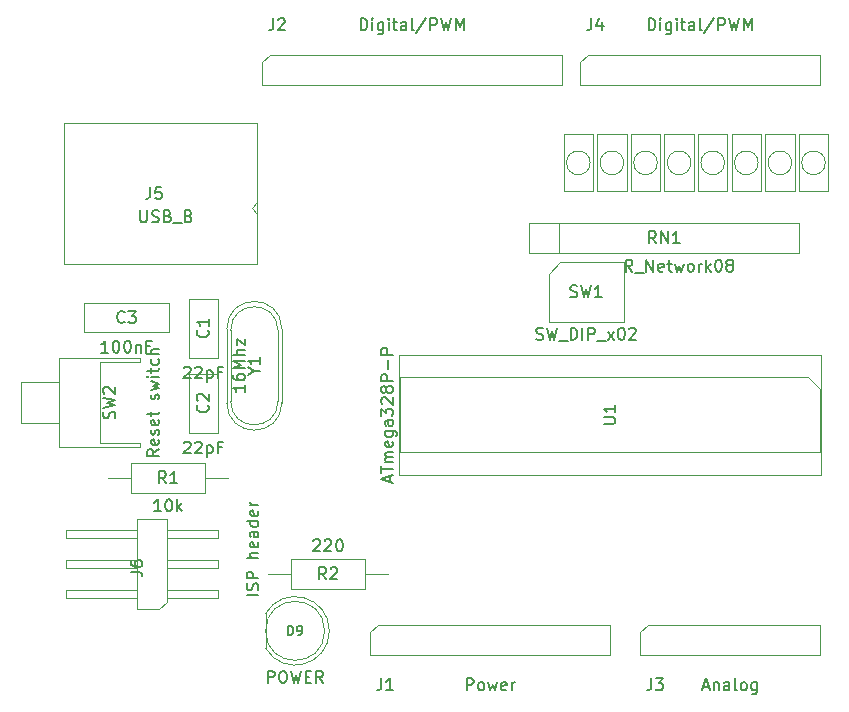
<source format=gbr>
%TF.GenerationSoftware,KiCad,Pcbnew,7.0.5*%
%TF.CreationDate,2023-11-13T21:41:30+01:00*%
%TF.ProjectId,atmega328p_dev_board,61746d65-6761-4333-9238-705f6465765f,rev?*%
%TF.SameCoordinates,Original*%
%TF.FileFunction,AssemblyDrawing,Top*%
%FSLAX46Y46*%
G04 Gerber Fmt 4.6, Leading zero omitted, Abs format (unit mm)*
G04 Created by KiCad (PCBNEW 7.0.5) date 2023-11-13 21:41:30*
%MOMM*%
%LPD*%
G01*
G04 APERTURE LIST*
%ADD10C,0.150000*%
%ADD11C,0.200000*%
%ADD12C,0.100000*%
G04 APERTURE END LIST*
D10*
%TO.C,U1*%
X128319104Y-84076666D02*
X128319104Y-83600476D01*
X128604819Y-84171904D02*
X127604819Y-83838571D01*
X127604819Y-83838571D02*
X128604819Y-83505238D01*
X127604819Y-83314761D02*
X127604819Y-82743333D01*
X128604819Y-83029047D02*
X127604819Y-83029047D01*
X128604819Y-82409999D02*
X127938152Y-82409999D01*
X128033390Y-82409999D02*
X127985771Y-82362380D01*
X127985771Y-82362380D02*
X127938152Y-82267142D01*
X127938152Y-82267142D02*
X127938152Y-82124285D01*
X127938152Y-82124285D02*
X127985771Y-82029047D01*
X127985771Y-82029047D02*
X128081009Y-81981428D01*
X128081009Y-81981428D02*
X128604819Y-81981428D01*
X128081009Y-81981428D02*
X127985771Y-81933809D01*
X127985771Y-81933809D02*
X127938152Y-81838571D01*
X127938152Y-81838571D02*
X127938152Y-81695714D01*
X127938152Y-81695714D02*
X127985771Y-81600475D01*
X127985771Y-81600475D02*
X128081009Y-81552856D01*
X128081009Y-81552856D02*
X128604819Y-81552856D01*
X128557200Y-80695714D02*
X128604819Y-80790952D01*
X128604819Y-80790952D02*
X128604819Y-80981428D01*
X128604819Y-80981428D02*
X128557200Y-81076666D01*
X128557200Y-81076666D02*
X128461961Y-81124285D01*
X128461961Y-81124285D02*
X128081009Y-81124285D01*
X128081009Y-81124285D02*
X127985771Y-81076666D01*
X127985771Y-81076666D02*
X127938152Y-80981428D01*
X127938152Y-80981428D02*
X127938152Y-80790952D01*
X127938152Y-80790952D02*
X127985771Y-80695714D01*
X127985771Y-80695714D02*
X128081009Y-80648095D01*
X128081009Y-80648095D02*
X128176247Y-80648095D01*
X128176247Y-80648095D02*
X128271485Y-81124285D01*
X127938152Y-79790952D02*
X128747676Y-79790952D01*
X128747676Y-79790952D02*
X128842914Y-79838571D01*
X128842914Y-79838571D02*
X128890533Y-79886190D01*
X128890533Y-79886190D02*
X128938152Y-79981428D01*
X128938152Y-79981428D02*
X128938152Y-80124285D01*
X128938152Y-80124285D02*
X128890533Y-80219523D01*
X128557200Y-79790952D02*
X128604819Y-79886190D01*
X128604819Y-79886190D02*
X128604819Y-80076666D01*
X128604819Y-80076666D02*
X128557200Y-80171904D01*
X128557200Y-80171904D02*
X128509580Y-80219523D01*
X128509580Y-80219523D02*
X128414342Y-80267142D01*
X128414342Y-80267142D02*
X128128628Y-80267142D01*
X128128628Y-80267142D02*
X128033390Y-80219523D01*
X128033390Y-80219523D02*
X127985771Y-80171904D01*
X127985771Y-80171904D02*
X127938152Y-80076666D01*
X127938152Y-80076666D02*
X127938152Y-79886190D01*
X127938152Y-79886190D02*
X127985771Y-79790952D01*
X128604819Y-78886190D02*
X128081009Y-78886190D01*
X128081009Y-78886190D02*
X127985771Y-78933809D01*
X127985771Y-78933809D02*
X127938152Y-79029047D01*
X127938152Y-79029047D02*
X127938152Y-79219523D01*
X127938152Y-79219523D02*
X127985771Y-79314761D01*
X128557200Y-78886190D02*
X128604819Y-78981428D01*
X128604819Y-78981428D02*
X128604819Y-79219523D01*
X128604819Y-79219523D02*
X128557200Y-79314761D01*
X128557200Y-79314761D02*
X128461961Y-79362380D01*
X128461961Y-79362380D02*
X128366723Y-79362380D01*
X128366723Y-79362380D02*
X128271485Y-79314761D01*
X128271485Y-79314761D02*
X128223866Y-79219523D01*
X128223866Y-79219523D02*
X128223866Y-78981428D01*
X128223866Y-78981428D02*
X128176247Y-78886190D01*
X127604819Y-78505237D02*
X127604819Y-77886190D01*
X127604819Y-77886190D02*
X127985771Y-78219523D01*
X127985771Y-78219523D02*
X127985771Y-78076666D01*
X127985771Y-78076666D02*
X128033390Y-77981428D01*
X128033390Y-77981428D02*
X128081009Y-77933809D01*
X128081009Y-77933809D02*
X128176247Y-77886190D01*
X128176247Y-77886190D02*
X128414342Y-77886190D01*
X128414342Y-77886190D02*
X128509580Y-77933809D01*
X128509580Y-77933809D02*
X128557200Y-77981428D01*
X128557200Y-77981428D02*
X128604819Y-78076666D01*
X128604819Y-78076666D02*
X128604819Y-78362380D01*
X128604819Y-78362380D02*
X128557200Y-78457618D01*
X128557200Y-78457618D02*
X128509580Y-78505237D01*
X127700057Y-77505237D02*
X127652438Y-77457618D01*
X127652438Y-77457618D02*
X127604819Y-77362380D01*
X127604819Y-77362380D02*
X127604819Y-77124285D01*
X127604819Y-77124285D02*
X127652438Y-77029047D01*
X127652438Y-77029047D02*
X127700057Y-76981428D01*
X127700057Y-76981428D02*
X127795295Y-76933809D01*
X127795295Y-76933809D02*
X127890533Y-76933809D01*
X127890533Y-76933809D02*
X128033390Y-76981428D01*
X128033390Y-76981428D02*
X128604819Y-77552856D01*
X128604819Y-77552856D02*
X128604819Y-76933809D01*
X128033390Y-76362380D02*
X127985771Y-76457618D01*
X127985771Y-76457618D02*
X127938152Y-76505237D01*
X127938152Y-76505237D02*
X127842914Y-76552856D01*
X127842914Y-76552856D02*
X127795295Y-76552856D01*
X127795295Y-76552856D02*
X127700057Y-76505237D01*
X127700057Y-76505237D02*
X127652438Y-76457618D01*
X127652438Y-76457618D02*
X127604819Y-76362380D01*
X127604819Y-76362380D02*
X127604819Y-76171904D01*
X127604819Y-76171904D02*
X127652438Y-76076666D01*
X127652438Y-76076666D02*
X127700057Y-76029047D01*
X127700057Y-76029047D02*
X127795295Y-75981428D01*
X127795295Y-75981428D02*
X127842914Y-75981428D01*
X127842914Y-75981428D02*
X127938152Y-76029047D01*
X127938152Y-76029047D02*
X127985771Y-76076666D01*
X127985771Y-76076666D02*
X128033390Y-76171904D01*
X128033390Y-76171904D02*
X128033390Y-76362380D01*
X128033390Y-76362380D02*
X128081009Y-76457618D01*
X128081009Y-76457618D02*
X128128628Y-76505237D01*
X128128628Y-76505237D02*
X128223866Y-76552856D01*
X128223866Y-76552856D02*
X128414342Y-76552856D01*
X128414342Y-76552856D02*
X128509580Y-76505237D01*
X128509580Y-76505237D02*
X128557200Y-76457618D01*
X128557200Y-76457618D02*
X128604819Y-76362380D01*
X128604819Y-76362380D02*
X128604819Y-76171904D01*
X128604819Y-76171904D02*
X128557200Y-76076666D01*
X128557200Y-76076666D02*
X128509580Y-76029047D01*
X128509580Y-76029047D02*
X128414342Y-75981428D01*
X128414342Y-75981428D02*
X128223866Y-75981428D01*
X128223866Y-75981428D02*
X128128628Y-76029047D01*
X128128628Y-76029047D02*
X128081009Y-76076666D01*
X128081009Y-76076666D02*
X128033390Y-76171904D01*
X128604819Y-75552856D02*
X127604819Y-75552856D01*
X127604819Y-75552856D02*
X127604819Y-75171904D01*
X127604819Y-75171904D02*
X127652438Y-75076666D01*
X127652438Y-75076666D02*
X127700057Y-75029047D01*
X127700057Y-75029047D02*
X127795295Y-74981428D01*
X127795295Y-74981428D02*
X127938152Y-74981428D01*
X127938152Y-74981428D02*
X128033390Y-75029047D01*
X128033390Y-75029047D02*
X128081009Y-75076666D01*
X128081009Y-75076666D02*
X128128628Y-75171904D01*
X128128628Y-75171904D02*
X128128628Y-75552856D01*
X128223866Y-74552856D02*
X128223866Y-73790952D01*
X128604819Y-73314761D02*
X127604819Y-73314761D01*
X127604819Y-73314761D02*
X127604819Y-72933809D01*
X127604819Y-72933809D02*
X127652438Y-72838571D01*
X127652438Y-72838571D02*
X127700057Y-72790952D01*
X127700057Y-72790952D02*
X127795295Y-72743333D01*
X127795295Y-72743333D02*
X127938152Y-72743333D01*
X127938152Y-72743333D02*
X128033390Y-72790952D01*
X128033390Y-72790952D02*
X128081009Y-72838571D01*
X128081009Y-72838571D02*
X128128628Y-72933809D01*
X128128628Y-72933809D02*
X128128628Y-73314761D01*
X146444819Y-79171904D02*
X147254342Y-79171904D01*
X147254342Y-79171904D02*
X147349580Y-79124285D01*
X147349580Y-79124285D02*
X147397200Y-79076666D01*
X147397200Y-79076666D02*
X147444819Y-78981428D01*
X147444819Y-78981428D02*
X147444819Y-78790952D01*
X147444819Y-78790952D02*
X147397200Y-78695714D01*
X147397200Y-78695714D02*
X147349580Y-78648095D01*
X147349580Y-78648095D02*
X147254342Y-78600476D01*
X147254342Y-78600476D02*
X146444819Y-78600476D01*
X147444819Y-77600476D02*
X147444819Y-78171904D01*
X147444819Y-77886190D02*
X146444819Y-77886190D01*
X146444819Y-77886190D02*
X146587676Y-77981428D01*
X146587676Y-77981428D02*
X146682914Y-78076666D01*
X146682914Y-78076666D02*
X146730533Y-78171904D01*
%TO.C,J5*%
X107201443Y-61095219D02*
X107201443Y-61904742D01*
X107201443Y-61904742D02*
X107249062Y-61999980D01*
X107249062Y-61999980D02*
X107296681Y-62047600D01*
X107296681Y-62047600D02*
X107391919Y-62095219D01*
X107391919Y-62095219D02*
X107582395Y-62095219D01*
X107582395Y-62095219D02*
X107677633Y-62047600D01*
X107677633Y-62047600D02*
X107725252Y-61999980D01*
X107725252Y-61999980D02*
X107772871Y-61904742D01*
X107772871Y-61904742D02*
X107772871Y-61095219D01*
X108201443Y-62047600D02*
X108344300Y-62095219D01*
X108344300Y-62095219D02*
X108582395Y-62095219D01*
X108582395Y-62095219D02*
X108677633Y-62047600D01*
X108677633Y-62047600D02*
X108725252Y-61999980D01*
X108725252Y-61999980D02*
X108772871Y-61904742D01*
X108772871Y-61904742D02*
X108772871Y-61809504D01*
X108772871Y-61809504D02*
X108725252Y-61714266D01*
X108725252Y-61714266D02*
X108677633Y-61666647D01*
X108677633Y-61666647D02*
X108582395Y-61619028D01*
X108582395Y-61619028D02*
X108391919Y-61571409D01*
X108391919Y-61571409D02*
X108296681Y-61523790D01*
X108296681Y-61523790D02*
X108249062Y-61476171D01*
X108249062Y-61476171D02*
X108201443Y-61380933D01*
X108201443Y-61380933D02*
X108201443Y-61285695D01*
X108201443Y-61285695D02*
X108249062Y-61190457D01*
X108249062Y-61190457D02*
X108296681Y-61142838D01*
X108296681Y-61142838D02*
X108391919Y-61095219D01*
X108391919Y-61095219D02*
X108630014Y-61095219D01*
X108630014Y-61095219D02*
X108772871Y-61142838D01*
X109534776Y-61571409D02*
X109677633Y-61619028D01*
X109677633Y-61619028D02*
X109725252Y-61666647D01*
X109725252Y-61666647D02*
X109772871Y-61761885D01*
X109772871Y-61761885D02*
X109772871Y-61904742D01*
X109772871Y-61904742D02*
X109725252Y-61999980D01*
X109725252Y-61999980D02*
X109677633Y-62047600D01*
X109677633Y-62047600D02*
X109582395Y-62095219D01*
X109582395Y-62095219D02*
X109201443Y-62095219D01*
X109201443Y-62095219D02*
X109201443Y-61095219D01*
X109201443Y-61095219D02*
X109534776Y-61095219D01*
X109534776Y-61095219D02*
X109630014Y-61142838D01*
X109630014Y-61142838D02*
X109677633Y-61190457D01*
X109677633Y-61190457D02*
X109725252Y-61285695D01*
X109725252Y-61285695D02*
X109725252Y-61380933D01*
X109725252Y-61380933D02*
X109677633Y-61476171D01*
X109677633Y-61476171D02*
X109630014Y-61523790D01*
X109630014Y-61523790D02*
X109534776Y-61571409D01*
X109534776Y-61571409D02*
X109201443Y-61571409D01*
X109963348Y-62190457D02*
X110725252Y-62190457D01*
X111296681Y-61571409D02*
X111439538Y-61619028D01*
X111439538Y-61619028D02*
X111487157Y-61666647D01*
X111487157Y-61666647D02*
X111534776Y-61761885D01*
X111534776Y-61761885D02*
X111534776Y-61904742D01*
X111534776Y-61904742D02*
X111487157Y-61999980D01*
X111487157Y-61999980D02*
X111439538Y-62047600D01*
X111439538Y-62047600D02*
X111344300Y-62095219D01*
X111344300Y-62095219D02*
X110963348Y-62095219D01*
X110963348Y-62095219D02*
X110963348Y-61095219D01*
X110963348Y-61095219D02*
X111296681Y-61095219D01*
X111296681Y-61095219D02*
X111391919Y-61142838D01*
X111391919Y-61142838D02*
X111439538Y-61190457D01*
X111439538Y-61190457D02*
X111487157Y-61285695D01*
X111487157Y-61285695D02*
X111487157Y-61380933D01*
X111487157Y-61380933D02*
X111439538Y-61476171D01*
X111439538Y-61476171D02*
X111391919Y-61523790D01*
X111391919Y-61523790D02*
X111296681Y-61571409D01*
X111296681Y-61571409D02*
X110963348Y-61571409D01*
X108047366Y-59119619D02*
X108047366Y-59833904D01*
X108047366Y-59833904D02*
X107999747Y-59976761D01*
X107999747Y-59976761D02*
X107904509Y-60072000D01*
X107904509Y-60072000D02*
X107761652Y-60119619D01*
X107761652Y-60119619D02*
X107666414Y-60119619D01*
X108999747Y-59119619D02*
X108523557Y-59119619D01*
X108523557Y-59119619D02*
X108475938Y-59595809D01*
X108475938Y-59595809D02*
X108523557Y-59548190D01*
X108523557Y-59548190D02*
X108618795Y-59500571D01*
X108618795Y-59500571D02*
X108856890Y-59500571D01*
X108856890Y-59500571D02*
X108952128Y-59548190D01*
X108952128Y-59548190D02*
X108999747Y-59595809D01*
X108999747Y-59595809D02*
X109047366Y-59691047D01*
X109047366Y-59691047D02*
X109047366Y-59929142D01*
X109047366Y-59929142D02*
X108999747Y-60024380D01*
X108999747Y-60024380D02*
X108952128Y-60072000D01*
X108952128Y-60072000D02*
X108856890Y-60119619D01*
X108856890Y-60119619D02*
X108618795Y-60119619D01*
X108618795Y-60119619D02*
X108523557Y-60072000D01*
X108523557Y-60072000D02*
X108475938Y-60024380D01*
%TO.C,J1*%
X134853809Y-101724819D02*
X134853809Y-100724819D01*
X134853809Y-100724819D02*
X135234761Y-100724819D01*
X135234761Y-100724819D02*
X135329999Y-100772438D01*
X135329999Y-100772438D02*
X135377618Y-100820057D01*
X135377618Y-100820057D02*
X135425237Y-100915295D01*
X135425237Y-100915295D02*
X135425237Y-101058152D01*
X135425237Y-101058152D02*
X135377618Y-101153390D01*
X135377618Y-101153390D02*
X135329999Y-101201009D01*
X135329999Y-101201009D02*
X135234761Y-101248628D01*
X135234761Y-101248628D02*
X134853809Y-101248628D01*
X135996666Y-101724819D02*
X135901428Y-101677200D01*
X135901428Y-101677200D02*
X135853809Y-101629580D01*
X135853809Y-101629580D02*
X135806190Y-101534342D01*
X135806190Y-101534342D02*
X135806190Y-101248628D01*
X135806190Y-101248628D02*
X135853809Y-101153390D01*
X135853809Y-101153390D02*
X135901428Y-101105771D01*
X135901428Y-101105771D02*
X135996666Y-101058152D01*
X135996666Y-101058152D02*
X136139523Y-101058152D01*
X136139523Y-101058152D02*
X136234761Y-101105771D01*
X136234761Y-101105771D02*
X136282380Y-101153390D01*
X136282380Y-101153390D02*
X136329999Y-101248628D01*
X136329999Y-101248628D02*
X136329999Y-101534342D01*
X136329999Y-101534342D02*
X136282380Y-101629580D01*
X136282380Y-101629580D02*
X136234761Y-101677200D01*
X136234761Y-101677200D02*
X136139523Y-101724819D01*
X136139523Y-101724819D02*
X135996666Y-101724819D01*
X136663333Y-101058152D02*
X136853809Y-101724819D01*
X136853809Y-101724819D02*
X137044285Y-101248628D01*
X137044285Y-101248628D02*
X137234761Y-101724819D01*
X137234761Y-101724819D02*
X137425237Y-101058152D01*
X138187142Y-101677200D02*
X138091904Y-101724819D01*
X138091904Y-101724819D02*
X137901428Y-101724819D01*
X137901428Y-101724819D02*
X137806190Y-101677200D01*
X137806190Y-101677200D02*
X137758571Y-101581961D01*
X137758571Y-101581961D02*
X137758571Y-101201009D01*
X137758571Y-101201009D02*
X137806190Y-101105771D01*
X137806190Y-101105771D02*
X137901428Y-101058152D01*
X137901428Y-101058152D02*
X138091904Y-101058152D01*
X138091904Y-101058152D02*
X138187142Y-101105771D01*
X138187142Y-101105771D02*
X138234761Y-101201009D01*
X138234761Y-101201009D02*
X138234761Y-101296247D01*
X138234761Y-101296247D02*
X137758571Y-101391485D01*
X138663333Y-101724819D02*
X138663333Y-101058152D01*
X138663333Y-101248628D02*
X138710952Y-101153390D01*
X138710952Y-101153390D02*
X138758571Y-101105771D01*
X138758571Y-101105771D02*
X138853809Y-101058152D01*
X138853809Y-101058152D02*
X138949047Y-101058152D01*
X127606666Y-100724819D02*
X127606666Y-101439104D01*
X127606666Y-101439104D02*
X127559047Y-101581961D01*
X127559047Y-101581961D02*
X127463809Y-101677200D01*
X127463809Y-101677200D02*
X127320952Y-101724819D01*
X127320952Y-101724819D02*
X127225714Y-101724819D01*
X128606666Y-101724819D02*
X128035238Y-101724819D01*
X128320952Y-101724819D02*
X128320952Y-100724819D01*
X128320952Y-100724819D02*
X128225714Y-100867676D01*
X128225714Y-100867676D02*
X128130476Y-100962914D01*
X128130476Y-100962914D02*
X128035238Y-101010533D01*
%TO.C,J3*%
X154840476Y-101439104D02*
X155316666Y-101439104D01*
X154745238Y-101724819D02*
X155078571Y-100724819D01*
X155078571Y-100724819D02*
X155411904Y-101724819D01*
X155745238Y-101058152D02*
X155745238Y-101724819D01*
X155745238Y-101153390D02*
X155792857Y-101105771D01*
X155792857Y-101105771D02*
X155888095Y-101058152D01*
X155888095Y-101058152D02*
X156030952Y-101058152D01*
X156030952Y-101058152D02*
X156126190Y-101105771D01*
X156126190Y-101105771D02*
X156173809Y-101201009D01*
X156173809Y-101201009D02*
X156173809Y-101724819D01*
X157078571Y-101724819D02*
X157078571Y-101201009D01*
X157078571Y-101201009D02*
X157030952Y-101105771D01*
X157030952Y-101105771D02*
X156935714Y-101058152D01*
X156935714Y-101058152D02*
X156745238Y-101058152D01*
X156745238Y-101058152D02*
X156650000Y-101105771D01*
X157078571Y-101677200D02*
X156983333Y-101724819D01*
X156983333Y-101724819D02*
X156745238Y-101724819D01*
X156745238Y-101724819D02*
X156650000Y-101677200D01*
X156650000Y-101677200D02*
X156602381Y-101581961D01*
X156602381Y-101581961D02*
X156602381Y-101486723D01*
X156602381Y-101486723D02*
X156650000Y-101391485D01*
X156650000Y-101391485D02*
X156745238Y-101343866D01*
X156745238Y-101343866D02*
X156983333Y-101343866D01*
X156983333Y-101343866D02*
X157078571Y-101296247D01*
X157697619Y-101724819D02*
X157602381Y-101677200D01*
X157602381Y-101677200D02*
X157554762Y-101581961D01*
X157554762Y-101581961D02*
X157554762Y-100724819D01*
X158221429Y-101724819D02*
X158126191Y-101677200D01*
X158126191Y-101677200D02*
X158078572Y-101629580D01*
X158078572Y-101629580D02*
X158030953Y-101534342D01*
X158030953Y-101534342D02*
X158030953Y-101248628D01*
X158030953Y-101248628D02*
X158078572Y-101153390D01*
X158078572Y-101153390D02*
X158126191Y-101105771D01*
X158126191Y-101105771D02*
X158221429Y-101058152D01*
X158221429Y-101058152D02*
X158364286Y-101058152D01*
X158364286Y-101058152D02*
X158459524Y-101105771D01*
X158459524Y-101105771D02*
X158507143Y-101153390D01*
X158507143Y-101153390D02*
X158554762Y-101248628D01*
X158554762Y-101248628D02*
X158554762Y-101534342D01*
X158554762Y-101534342D02*
X158507143Y-101629580D01*
X158507143Y-101629580D02*
X158459524Y-101677200D01*
X158459524Y-101677200D02*
X158364286Y-101724819D01*
X158364286Y-101724819D02*
X158221429Y-101724819D01*
X159411905Y-101058152D02*
X159411905Y-101867676D01*
X159411905Y-101867676D02*
X159364286Y-101962914D01*
X159364286Y-101962914D02*
X159316667Y-102010533D01*
X159316667Y-102010533D02*
X159221429Y-102058152D01*
X159221429Y-102058152D02*
X159078572Y-102058152D01*
X159078572Y-102058152D02*
X158983334Y-102010533D01*
X159411905Y-101677200D02*
X159316667Y-101724819D01*
X159316667Y-101724819D02*
X159126191Y-101724819D01*
X159126191Y-101724819D02*
X159030953Y-101677200D01*
X159030953Y-101677200D02*
X158983334Y-101629580D01*
X158983334Y-101629580D02*
X158935715Y-101534342D01*
X158935715Y-101534342D02*
X158935715Y-101248628D01*
X158935715Y-101248628D02*
X158983334Y-101153390D01*
X158983334Y-101153390D02*
X159030953Y-101105771D01*
X159030953Y-101105771D02*
X159126191Y-101058152D01*
X159126191Y-101058152D02*
X159316667Y-101058152D01*
X159316667Y-101058152D02*
X159411905Y-101105771D01*
X150466666Y-100724819D02*
X150466666Y-101439104D01*
X150466666Y-101439104D02*
X150419047Y-101581961D01*
X150419047Y-101581961D02*
X150323809Y-101677200D01*
X150323809Y-101677200D02*
X150180952Y-101724819D01*
X150180952Y-101724819D02*
X150085714Y-101724819D01*
X150847619Y-100724819D02*
X151466666Y-100724819D01*
X151466666Y-100724819D02*
X151133333Y-101105771D01*
X151133333Y-101105771D02*
X151276190Y-101105771D01*
X151276190Y-101105771D02*
X151371428Y-101153390D01*
X151371428Y-101153390D02*
X151419047Y-101201009D01*
X151419047Y-101201009D02*
X151466666Y-101296247D01*
X151466666Y-101296247D02*
X151466666Y-101534342D01*
X151466666Y-101534342D02*
X151419047Y-101629580D01*
X151419047Y-101629580D02*
X151371428Y-101677200D01*
X151371428Y-101677200D02*
X151276190Y-101724819D01*
X151276190Y-101724819D02*
X150990476Y-101724819D01*
X150990476Y-101724819D02*
X150895238Y-101677200D01*
X150895238Y-101677200D02*
X150847619Y-101629580D01*
%TO.C,J2*%
X125868857Y-45844819D02*
X125868857Y-44844819D01*
X125868857Y-44844819D02*
X126106952Y-44844819D01*
X126106952Y-44844819D02*
X126249809Y-44892438D01*
X126249809Y-44892438D02*
X126345047Y-44987676D01*
X126345047Y-44987676D02*
X126392666Y-45082914D01*
X126392666Y-45082914D02*
X126440285Y-45273390D01*
X126440285Y-45273390D02*
X126440285Y-45416247D01*
X126440285Y-45416247D02*
X126392666Y-45606723D01*
X126392666Y-45606723D02*
X126345047Y-45701961D01*
X126345047Y-45701961D02*
X126249809Y-45797200D01*
X126249809Y-45797200D02*
X126106952Y-45844819D01*
X126106952Y-45844819D02*
X125868857Y-45844819D01*
X126868857Y-45844819D02*
X126868857Y-45178152D01*
X126868857Y-44844819D02*
X126821238Y-44892438D01*
X126821238Y-44892438D02*
X126868857Y-44940057D01*
X126868857Y-44940057D02*
X126916476Y-44892438D01*
X126916476Y-44892438D02*
X126868857Y-44844819D01*
X126868857Y-44844819D02*
X126868857Y-44940057D01*
X127773618Y-45178152D02*
X127773618Y-45987676D01*
X127773618Y-45987676D02*
X127725999Y-46082914D01*
X127725999Y-46082914D02*
X127678380Y-46130533D01*
X127678380Y-46130533D02*
X127583142Y-46178152D01*
X127583142Y-46178152D02*
X127440285Y-46178152D01*
X127440285Y-46178152D02*
X127345047Y-46130533D01*
X127773618Y-45797200D02*
X127678380Y-45844819D01*
X127678380Y-45844819D02*
X127487904Y-45844819D01*
X127487904Y-45844819D02*
X127392666Y-45797200D01*
X127392666Y-45797200D02*
X127345047Y-45749580D01*
X127345047Y-45749580D02*
X127297428Y-45654342D01*
X127297428Y-45654342D02*
X127297428Y-45368628D01*
X127297428Y-45368628D02*
X127345047Y-45273390D01*
X127345047Y-45273390D02*
X127392666Y-45225771D01*
X127392666Y-45225771D02*
X127487904Y-45178152D01*
X127487904Y-45178152D02*
X127678380Y-45178152D01*
X127678380Y-45178152D02*
X127773618Y-45225771D01*
X128249809Y-45844819D02*
X128249809Y-45178152D01*
X128249809Y-44844819D02*
X128202190Y-44892438D01*
X128202190Y-44892438D02*
X128249809Y-44940057D01*
X128249809Y-44940057D02*
X128297428Y-44892438D01*
X128297428Y-44892438D02*
X128249809Y-44844819D01*
X128249809Y-44844819D02*
X128249809Y-44940057D01*
X128583142Y-45178152D02*
X128964094Y-45178152D01*
X128725999Y-44844819D02*
X128725999Y-45701961D01*
X128725999Y-45701961D02*
X128773618Y-45797200D01*
X128773618Y-45797200D02*
X128868856Y-45844819D01*
X128868856Y-45844819D02*
X128964094Y-45844819D01*
X129725999Y-45844819D02*
X129725999Y-45321009D01*
X129725999Y-45321009D02*
X129678380Y-45225771D01*
X129678380Y-45225771D02*
X129583142Y-45178152D01*
X129583142Y-45178152D02*
X129392666Y-45178152D01*
X129392666Y-45178152D02*
X129297428Y-45225771D01*
X129725999Y-45797200D02*
X129630761Y-45844819D01*
X129630761Y-45844819D02*
X129392666Y-45844819D01*
X129392666Y-45844819D02*
X129297428Y-45797200D01*
X129297428Y-45797200D02*
X129249809Y-45701961D01*
X129249809Y-45701961D02*
X129249809Y-45606723D01*
X129249809Y-45606723D02*
X129297428Y-45511485D01*
X129297428Y-45511485D02*
X129392666Y-45463866D01*
X129392666Y-45463866D02*
X129630761Y-45463866D01*
X129630761Y-45463866D02*
X129725999Y-45416247D01*
X130345047Y-45844819D02*
X130249809Y-45797200D01*
X130249809Y-45797200D02*
X130202190Y-45701961D01*
X130202190Y-45701961D02*
X130202190Y-44844819D01*
X131440285Y-44797200D02*
X130583143Y-46082914D01*
X131773619Y-45844819D02*
X131773619Y-44844819D01*
X131773619Y-44844819D02*
X132154571Y-44844819D01*
X132154571Y-44844819D02*
X132249809Y-44892438D01*
X132249809Y-44892438D02*
X132297428Y-44940057D01*
X132297428Y-44940057D02*
X132345047Y-45035295D01*
X132345047Y-45035295D02*
X132345047Y-45178152D01*
X132345047Y-45178152D02*
X132297428Y-45273390D01*
X132297428Y-45273390D02*
X132249809Y-45321009D01*
X132249809Y-45321009D02*
X132154571Y-45368628D01*
X132154571Y-45368628D02*
X131773619Y-45368628D01*
X132678381Y-44844819D02*
X132916476Y-45844819D01*
X132916476Y-45844819D02*
X133106952Y-45130533D01*
X133106952Y-45130533D02*
X133297428Y-45844819D01*
X133297428Y-45844819D02*
X133535524Y-44844819D01*
X133916476Y-45844819D02*
X133916476Y-44844819D01*
X133916476Y-44844819D02*
X134249809Y-45559104D01*
X134249809Y-45559104D02*
X134583142Y-44844819D01*
X134583142Y-44844819D02*
X134583142Y-45844819D01*
X118462666Y-44844819D02*
X118462666Y-45559104D01*
X118462666Y-45559104D02*
X118415047Y-45701961D01*
X118415047Y-45701961D02*
X118319809Y-45797200D01*
X118319809Y-45797200D02*
X118176952Y-45844819D01*
X118176952Y-45844819D02*
X118081714Y-45844819D01*
X118891238Y-44940057D02*
X118938857Y-44892438D01*
X118938857Y-44892438D02*
X119034095Y-44844819D01*
X119034095Y-44844819D02*
X119272190Y-44844819D01*
X119272190Y-44844819D02*
X119367428Y-44892438D01*
X119367428Y-44892438D02*
X119415047Y-44940057D01*
X119415047Y-44940057D02*
X119462666Y-45035295D01*
X119462666Y-45035295D02*
X119462666Y-45130533D01*
X119462666Y-45130533D02*
X119415047Y-45273390D01*
X119415047Y-45273390D02*
X118843619Y-45844819D01*
X118843619Y-45844819D02*
X119462666Y-45844819D01*
%TO.C,J4*%
X150252857Y-45844819D02*
X150252857Y-44844819D01*
X150252857Y-44844819D02*
X150490952Y-44844819D01*
X150490952Y-44844819D02*
X150633809Y-44892438D01*
X150633809Y-44892438D02*
X150729047Y-44987676D01*
X150729047Y-44987676D02*
X150776666Y-45082914D01*
X150776666Y-45082914D02*
X150824285Y-45273390D01*
X150824285Y-45273390D02*
X150824285Y-45416247D01*
X150824285Y-45416247D02*
X150776666Y-45606723D01*
X150776666Y-45606723D02*
X150729047Y-45701961D01*
X150729047Y-45701961D02*
X150633809Y-45797200D01*
X150633809Y-45797200D02*
X150490952Y-45844819D01*
X150490952Y-45844819D02*
X150252857Y-45844819D01*
X151252857Y-45844819D02*
X151252857Y-45178152D01*
X151252857Y-44844819D02*
X151205238Y-44892438D01*
X151205238Y-44892438D02*
X151252857Y-44940057D01*
X151252857Y-44940057D02*
X151300476Y-44892438D01*
X151300476Y-44892438D02*
X151252857Y-44844819D01*
X151252857Y-44844819D02*
X151252857Y-44940057D01*
X152157618Y-45178152D02*
X152157618Y-45987676D01*
X152157618Y-45987676D02*
X152109999Y-46082914D01*
X152109999Y-46082914D02*
X152062380Y-46130533D01*
X152062380Y-46130533D02*
X151967142Y-46178152D01*
X151967142Y-46178152D02*
X151824285Y-46178152D01*
X151824285Y-46178152D02*
X151729047Y-46130533D01*
X152157618Y-45797200D02*
X152062380Y-45844819D01*
X152062380Y-45844819D02*
X151871904Y-45844819D01*
X151871904Y-45844819D02*
X151776666Y-45797200D01*
X151776666Y-45797200D02*
X151729047Y-45749580D01*
X151729047Y-45749580D02*
X151681428Y-45654342D01*
X151681428Y-45654342D02*
X151681428Y-45368628D01*
X151681428Y-45368628D02*
X151729047Y-45273390D01*
X151729047Y-45273390D02*
X151776666Y-45225771D01*
X151776666Y-45225771D02*
X151871904Y-45178152D01*
X151871904Y-45178152D02*
X152062380Y-45178152D01*
X152062380Y-45178152D02*
X152157618Y-45225771D01*
X152633809Y-45844819D02*
X152633809Y-45178152D01*
X152633809Y-44844819D02*
X152586190Y-44892438D01*
X152586190Y-44892438D02*
X152633809Y-44940057D01*
X152633809Y-44940057D02*
X152681428Y-44892438D01*
X152681428Y-44892438D02*
X152633809Y-44844819D01*
X152633809Y-44844819D02*
X152633809Y-44940057D01*
X152967142Y-45178152D02*
X153348094Y-45178152D01*
X153109999Y-44844819D02*
X153109999Y-45701961D01*
X153109999Y-45701961D02*
X153157618Y-45797200D01*
X153157618Y-45797200D02*
X153252856Y-45844819D01*
X153252856Y-45844819D02*
X153348094Y-45844819D01*
X154109999Y-45844819D02*
X154109999Y-45321009D01*
X154109999Y-45321009D02*
X154062380Y-45225771D01*
X154062380Y-45225771D02*
X153967142Y-45178152D01*
X153967142Y-45178152D02*
X153776666Y-45178152D01*
X153776666Y-45178152D02*
X153681428Y-45225771D01*
X154109999Y-45797200D02*
X154014761Y-45844819D01*
X154014761Y-45844819D02*
X153776666Y-45844819D01*
X153776666Y-45844819D02*
X153681428Y-45797200D01*
X153681428Y-45797200D02*
X153633809Y-45701961D01*
X153633809Y-45701961D02*
X153633809Y-45606723D01*
X153633809Y-45606723D02*
X153681428Y-45511485D01*
X153681428Y-45511485D02*
X153776666Y-45463866D01*
X153776666Y-45463866D02*
X154014761Y-45463866D01*
X154014761Y-45463866D02*
X154109999Y-45416247D01*
X154729047Y-45844819D02*
X154633809Y-45797200D01*
X154633809Y-45797200D02*
X154586190Y-45701961D01*
X154586190Y-45701961D02*
X154586190Y-44844819D01*
X155824285Y-44797200D02*
X154967143Y-46082914D01*
X156157619Y-45844819D02*
X156157619Y-44844819D01*
X156157619Y-44844819D02*
X156538571Y-44844819D01*
X156538571Y-44844819D02*
X156633809Y-44892438D01*
X156633809Y-44892438D02*
X156681428Y-44940057D01*
X156681428Y-44940057D02*
X156729047Y-45035295D01*
X156729047Y-45035295D02*
X156729047Y-45178152D01*
X156729047Y-45178152D02*
X156681428Y-45273390D01*
X156681428Y-45273390D02*
X156633809Y-45321009D01*
X156633809Y-45321009D02*
X156538571Y-45368628D01*
X156538571Y-45368628D02*
X156157619Y-45368628D01*
X157062381Y-44844819D02*
X157300476Y-45844819D01*
X157300476Y-45844819D02*
X157490952Y-45130533D01*
X157490952Y-45130533D02*
X157681428Y-45844819D01*
X157681428Y-45844819D02*
X157919524Y-44844819D01*
X158300476Y-45844819D02*
X158300476Y-44844819D01*
X158300476Y-44844819D02*
X158633809Y-45559104D01*
X158633809Y-45559104D02*
X158967142Y-44844819D01*
X158967142Y-44844819D02*
X158967142Y-45844819D01*
X145386666Y-44844819D02*
X145386666Y-45559104D01*
X145386666Y-45559104D02*
X145339047Y-45701961D01*
X145339047Y-45701961D02*
X145243809Y-45797200D01*
X145243809Y-45797200D02*
X145100952Y-45844819D01*
X145100952Y-45844819D02*
X145005714Y-45844819D01*
X146291428Y-45178152D02*
X146291428Y-45844819D01*
X146053333Y-44797200D02*
X145815238Y-45511485D01*
X145815238Y-45511485D02*
X146434285Y-45511485D01*
%TO.C,J6*%
X117207619Y-93685152D02*
X116207619Y-93685152D01*
X117160000Y-93256581D02*
X117207619Y-93113724D01*
X117207619Y-93113724D02*
X117207619Y-92875629D01*
X117207619Y-92875629D02*
X117160000Y-92780391D01*
X117160000Y-92780391D02*
X117112380Y-92732772D01*
X117112380Y-92732772D02*
X117017142Y-92685153D01*
X117017142Y-92685153D02*
X116921904Y-92685153D01*
X116921904Y-92685153D02*
X116826666Y-92732772D01*
X116826666Y-92732772D02*
X116779047Y-92780391D01*
X116779047Y-92780391D02*
X116731428Y-92875629D01*
X116731428Y-92875629D02*
X116683809Y-93066105D01*
X116683809Y-93066105D02*
X116636190Y-93161343D01*
X116636190Y-93161343D02*
X116588571Y-93208962D01*
X116588571Y-93208962D02*
X116493333Y-93256581D01*
X116493333Y-93256581D02*
X116398095Y-93256581D01*
X116398095Y-93256581D02*
X116302857Y-93208962D01*
X116302857Y-93208962D02*
X116255238Y-93161343D01*
X116255238Y-93161343D02*
X116207619Y-93066105D01*
X116207619Y-93066105D02*
X116207619Y-92828010D01*
X116207619Y-92828010D02*
X116255238Y-92685153D01*
X117207619Y-92256581D02*
X116207619Y-92256581D01*
X116207619Y-92256581D02*
X116207619Y-91875629D01*
X116207619Y-91875629D02*
X116255238Y-91780391D01*
X116255238Y-91780391D02*
X116302857Y-91732772D01*
X116302857Y-91732772D02*
X116398095Y-91685153D01*
X116398095Y-91685153D02*
X116540952Y-91685153D01*
X116540952Y-91685153D02*
X116636190Y-91732772D01*
X116636190Y-91732772D02*
X116683809Y-91780391D01*
X116683809Y-91780391D02*
X116731428Y-91875629D01*
X116731428Y-91875629D02*
X116731428Y-92256581D01*
X117207619Y-90494676D02*
X116207619Y-90494676D01*
X117207619Y-90066105D02*
X116683809Y-90066105D01*
X116683809Y-90066105D02*
X116588571Y-90113724D01*
X116588571Y-90113724D02*
X116540952Y-90208962D01*
X116540952Y-90208962D02*
X116540952Y-90351819D01*
X116540952Y-90351819D02*
X116588571Y-90447057D01*
X116588571Y-90447057D02*
X116636190Y-90494676D01*
X117160000Y-89208962D02*
X117207619Y-89304200D01*
X117207619Y-89304200D02*
X117207619Y-89494676D01*
X117207619Y-89494676D02*
X117160000Y-89589914D01*
X117160000Y-89589914D02*
X117064761Y-89637533D01*
X117064761Y-89637533D02*
X116683809Y-89637533D01*
X116683809Y-89637533D02*
X116588571Y-89589914D01*
X116588571Y-89589914D02*
X116540952Y-89494676D01*
X116540952Y-89494676D02*
X116540952Y-89304200D01*
X116540952Y-89304200D02*
X116588571Y-89208962D01*
X116588571Y-89208962D02*
X116683809Y-89161343D01*
X116683809Y-89161343D02*
X116779047Y-89161343D01*
X116779047Y-89161343D02*
X116874285Y-89637533D01*
X117207619Y-88304200D02*
X116683809Y-88304200D01*
X116683809Y-88304200D02*
X116588571Y-88351819D01*
X116588571Y-88351819D02*
X116540952Y-88447057D01*
X116540952Y-88447057D02*
X116540952Y-88637533D01*
X116540952Y-88637533D02*
X116588571Y-88732771D01*
X117160000Y-88304200D02*
X117207619Y-88399438D01*
X117207619Y-88399438D02*
X117207619Y-88637533D01*
X117207619Y-88637533D02*
X117160000Y-88732771D01*
X117160000Y-88732771D02*
X117064761Y-88780390D01*
X117064761Y-88780390D02*
X116969523Y-88780390D01*
X116969523Y-88780390D02*
X116874285Y-88732771D01*
X116874285Y-88732771D02*
X116826666Y-88637533D01*
X116826666Y-88637533D02*
X116826666Y-88399438D01*
X116826666Y-88399438D02*
X116779047Y-88304200D01*
X117207619Y-87399438D02*
X116207619Y-87399438D01*
X117160000Y-87399438D02*
X117207619Y-87494676D01*
X117207619Y-87494676D02*
X117207619Y-87685152D01*
X117207619Y-87685152D02*
X117160000Y-87780390D01*
X117160000Y-87780390D02*
X117112380Y-87828009D01*
X117112380Y-87828009D02*
X117017142Y-87875628D01*
X117017142Y-87875628D02*
X116731428Y-87875628D01*
X116731428Y-87875628D02*
X116636190Y-87828009D01*
X116636190Y-87828009D02*
X116588571Y-87780390D01*
X116588571Y-87780390D02*
X116540952Y-87685152D01*
X116540952Y-87685152D02*
X116540952Y-87494676D01*
X116540952Y-87494676D02*
X116588571Y-87399438D01*
X117160000Y-86542295D02*
X117207619Y-86637533D01*
X117207619Y-86637533D02*
X117207619Y-86828009D01*
X117207619Y-86828009D02*
X117160000Y-86923247D01*
X117160000Y-86923247D02*
X117064761Y-86970866D01*
X117064761Y-86970866D02*
X116683809Y-86970866D01*
X116683809Y-86970866D02*
X116588571Y-86923247D01*
X116588571Y-86923247D02*
X116540952Y-86828009D01*
X116540952Y-86828009D02*
X116540952Y-86637533D01*
X116540952Y-86637533D02*
X116588571Y-86542295D01*
X116588571Y-86542295D02*
X116683809Y-86494676D01*
X116683809Y-86494676D02*
X116779047Y-86494676D01*
X116779047Y-86494676D02*
X116874285Y-86970866D01*
X117207619Y-86066104D02*
X116540952Y-86066104D01*
X116731428Y-86066104D02*
X116636190Y-86018485D01*
X116636190Y-86018485D02*
X116588571Y-85970866D01*
X116588571Y-85970866D02*
X116540952Y-85875628D01*
X116540952Y-85875628D02*
X116540952Y-85780390D01*
X106387619Y-91712533D02*
X107101904Y-91712533D01*
X107101904Y-91712533D02*
X107244761Y-91760152D01*
X107244761Y-91760152D02*
X107340000Y-91855390D01*
X107340000Y-91855390D02*
X107387619Y-91998247D01*
X107387619Y-91998247D02*
X107387619Y-92093485D01*
X106387619Y-90807771D02*
X106387619Y-90998247D01*
X106387619Y-90998247D02*
X106435238Y-91093485D01*
X106435238Y-91093485D02*
X106482857Y-91141104D01*
X106482857Y-91141104D02*
X106625714Y-91236342D01*
X106625714Y-91236342D02*
X106816190Y-91283961D01*
X106816190Y-91283961D02*
X107197142Y-91283961D01*
X107197142Y-91283961D02*
X107292380Y-91236342D01*
X107292380Y-91236342D02*
X107340000Y-91188723D01*
X107340000Y-91188723D02*
X107387619Y-91093485D01*
X107387619Y-91093485D02*
X107387619Y-90903009D01*
X107387619Y-90903009D02*
X107340000Y-90807771D01*
X107340000Y-90807771D02*
X107292380Y-90760152D01*
X107292380Y-90760152D02*
X107197142Y-90712533D01*
X107197142Y-90712533D02*
X106959047Y-90712533D01*
X106959047Y-90712533D02*
X106863809Y-90760152D01*
X106863809Y-90760152D02*
X106816190Y-90807771D01*
X106816190Y-90807771D02*
X106768571Y-90903009D01*
X106768571Y-90903009D02*
X106768571Y-91093485D01*
X106768571Y-91093485D02*
X106816190Y-91188723D01*
X106816190Y-91188723D02*
X106863809Y-91236342D01*
X106863809Y-91236342D02*
X106959047Y-91283961D01*
%TO.C,D9*%
X118010476Y-101112819D02*
X118010476Y-100112819D01*
X118010476Y-100112819D02*
X118391428Y-100112819D01*
X118391428Y-100112819D02*
X118486666Y-100160438D01*
X118486666Y-100160438D02*
X118534285Y-100208057D01*
X118534285Y-100208057D02*
X118581904Y-100303295D01*
X118581904Y-100303295D02*
X118581904Y-100446152D01*
X118581904Y-100446152D02*
X118534285Y-100541390D01*
X118534285Y-100541390D02*
X118486666Y-100589009D01*
X118486666Y-100589009D02*
X118391428Y-100636628D01*
X118391428Y-100636628D02*
X118010476Y-100636628D01*
X119200952Y-100112819D02*
X119391428Y-100112819D01*
X119391428Y-100112819D02*
X119486666Y-100160438D01*
X119486666Y-100160438D02*
X119581904Y-100255676D01*
X119581904Y-100255676D02*
X119629523Y-100446152D01*
X119629523Y-100446152D02*
X119629523Y-100779485D01*
X119629523Y-100779485D02*
X119581904Y-100969961D01*
X119581904Y-100969961D02*
X119486666Y-101065200D01*
X119486666Y-101065200D02*
X119391428Y-101112819D01*
X119391428Y-101112819D02*
X119200952Y-101112819D01*
X119200952Y-101112819D02*
X119105714Y-101065200D01*
X119105714Y-101065200D02*
X119010476Y-100969961D01*
X119010476Y-100969961D02*
X118962857Y-100779485D01*
X118962857Y-100779485D02*
X118962857Y-100446152D01*
X118962857Y-100446152D02*
X119010476Y-100255676D01*
X119010476Y-100255676D02*
X119105714Y-100160438D01*
X119105714Y-100160438D02*
X119200952Y-100112819D01*
X119962857Y-100112819D02*
X120200952Y-101112819D01*
X120200952Y-101112819D02*
X120391428Y-100398533D01*
X120391428Y-100398533D02*
X120581904Y-101112819D01*
X120581904Y-101112819D02*
X120820000Y-100112819D01*
X121200952Y-100589009D02*
X121534285Y-100589009D01*
X121677142Y-101112819D02*
X121200952Y-101112819D01*
X121200952Y-101112819D02*
X121200952Y-100112819D01*
X121200952Y-100112819D02*
X121677142Y-100112819D01*
X122677142Y-101112819D02*
X122343809Y-100636628D01*
X122105714Y-101112819D02*
X122105714Y-100112819D01*
X122105714Y-100112819D02*
X122486666Y-100112819D01*
X122486666Y-100112819D02*
X122581904Y-100160438D01*
X122581904Y-100160438D02*
X122629523Y-100208057D01*
X122629523Y-100208057D02*
X122677142Y-100303295D01*
X122677142Y-100303295D02*
X122677142Y-100446152D01*
X122677142Y-100446152D02*
X122629523Y-100541390D01*
X122629523Y-100541390D02*
X122581904Y-100589009D01*
X122581904Y-100589009D02*
X122486666Y-100636628D01*
X122486666Y-100636628D02*
X122105714Y-100636628D01*
D11*
X119709524Y-97057695D02*
X119709524Y-96257695D01*
X119709524Y-96257695D02*
X119900000Y-96257695D01*
X119900000Y-96257695D02*
X120014286Y-96295790D01*
X120014286Y-96295790D02*
X120090476Y-96371980D01*
X120090476Y-96371980D02*
X120128571Y-96448171D01*
X120128571Y-96448171D02*
X120166667Y-96600552D01*
X120166667Y-96600552D02*
X120166667Y-96714838D01*
X120166667Y-96714838D02*
X120128571Y-96867219D01*
X120128571Y-96867219D02*
X120090476Y-96943409D01*
X120090476Y-96943409D02*
X120014286Y-97019600D01*
X120014286Y-97019600D02*
X119900000Y-97057695D01*
X119900000Y-97057695D02*
X119709524Y-97057695D01*
X120547619Y-97057695D02*
X120700000Y-97057695D01*
X120700000Y-97057695D02*
X120776190Y-97019600D01*
X120776190Y-97019600D02*
X120814286Y-96981504D01*
X120814286Y-96981504D02*
X120890476Y-96867219D01*
X120890476Y-96867219D02*
X120928571Y-96714838D01*
X120928571Y-96714838D02*
X120928571Y-96410076D01*
X120928571Y-96410076D02*
X120890476Y-96333885D01*
X120890476Y-96333885D02*
X120852381Y-96295790D01*
X120852381Y-96295790D02*
X120776190Y-96257695D01*
X120776190Y-96257695D02*
X120623809Y-96257695D01*
X120623809Y-96257695D02*
X120547619Y-96295790D01*
X120547619Y-96295790D02*
X120509524Y-96333885D01*
X120509524Y-96333885D02*
X120471428Y-96410076D01*
X120471428Y-96410076D02*
X120471428Y-96600552D01*
X120471428Y-96600552D02*
X120509524Y-96676742D01*
X120509524Y-96676742D02*
X120547619Y-96714838D01*
X120547619Y-96714838D02*
X120623809Y-96752933D01*
X120623809Y-96752933D02*
X120776190Y-96752933D01*
X120776190Y-96752933D02*
X120852381Y-96714838D01*
X120852381Y-96714838D02*
X120890476Y-96676742D01*
X120890476Y-96676742D02*
X120928571Y-96600552D01*
D10*
%TO.C,SW1*%
X140743714Y-72003200D02*
X140886571Y-72050819D01*
X140886571Y-72050819D02*
X141124666Y-72050819D01*
X141124666Y-72050819D02*
X141219904Y-72003200D01*
X141219904Y-72003200D02*
X141267523Y-71955580D01*
X141267523Y-71955580D02*
X141315142Y-71860342D01*
X141315142Y-71860342D02*
X141315142Y-71765104D01*
X141315142Y-71765104D02*
X141267523Y-71669866D01*
X141267523Y-71669866D02*
X141219904Y-71622247D01*
X141219904Y-71622247D02*
X141124666Y-71574628D01*
X141124666Y-71574628D02*
X140934190Y-71527009D01*
X140934190Y-71527009D02*
X140838952Y-71479390D01*
X140838952Y-71479390D02*
X140791333Y-71431771D01*
X140791333Y-71431771D02*
X140743714Y-71336533D01*
X140743714Y-71336533D02*
X140743714Y-71241295D01*
X140743714Y-71241295D02*
X140791333Y-71146057D01*
X140791333Y-71146057D02*
X140838952Y-71098438D01*
X140838952Y-71098438D02*
X140934190Y-71050819D01*
X140934190Y-71050819D02*
X141172285Y-71050819D01*
X141172285Y-71050819D02*
X141315142Y-71098438D01*
X141648476Y-71050819D02*
X141886571Y-72050819D01*
X141886571Y-72050819D02*
X142077047Y-71336533D01*
X142077047Y-71336533D02*
X142267523Y-72050819D01*
X142267523Y-72050819D02*
X142505619Y-71050819D01*
X142648476Y-72146057D02*
X143410380Y-72146057D01*
X143648476Y-72050819D02*
X143648476Y-71050819D01*
X143648476Y-71050819D02*
X143886571Y-71050819D01*
X143886571Y-71050819D02*
X144029428Y-71098438D01*
X144029428Y-71098438D02*
X144124666Y-71193676D01*
X144124666Y-71193676D02*
X144172285Y-71288914D01*
X144172285Y-71288914D02*
X144219904Y-71479390D01*
X144219904Y-71479390D02*
X144219904Y-71622247D01*
X144219904Y-71622247D02*
X144172285Y-71812723D01*
X144172285Y-71812723D02*
X144124666Y-71907961D01*
X144124666Y-71907961D02*
X144029428Y-72003200D01*
X144029428Y-72003200D02*
X143886571Y-72050819D01*
X143886571Y-72050819D02*
X143648476Y-72050819D01*
X144648476Y-72050819D02*
X144648476Y-71050819D01*
X145124666Y-72050819D02*
X145124666Y-71050819D01*
X145124666Y-71050819D02*
X145505618Y-71050819D01*
X145505618Y-71050819D02*
X145600856Y-71098438D01*
X145600856Y-71098438D02*
X145648475Y-71146057D01*
X145648475Y-71146057D02*
X145696094Y-71241295D01*
X145696094Y-71241295D02*
X145696094Y-71384152D01*
X145696094Y-71384152D02*
X145648475Y-71479390D01*
X145648475Y-71479390D02*
X145600856Y-71527009D01*
X145600856Y-71527009D02*
X145505618Y-71574628D01*
X145505618Y-71574628D02*
X145124666Y-71574628D01*
X145886571Y-72146057D02*
X146648475Y-72146057D01*
X146791333Y-72050819D02*
X147315142Y-71384152D01*
X146791333Y-71384152D02*
X147315142Y-72050819D01*
X147886571Y-71050819D02*
X147981809Y-71050819D01*
X147981809Y-71050819D02*
X148077047Y-71098438D01*
X148077047Y-71098438D02*
X148124666Y-71146057D01*
X148124666Y-71146057D02*
X148172285Y-71241295D01*
X148172285Y-71241295D02*
X148219904Y-71431771D01*
X148219904Y-71431771D02*
X148219904Y-71669866D01*
X148219904Y-71669866D02*
X148172285Y-71860342D01*
X148172285Y-71860342D02*
X148124666Y-71955580D01*
X148124666Y-71955580D02*
X148077047Y-72003200D01*
X148077047Y-72003200D02*
X147981809Y-72050819D01*
X147981809Y-72050819D02*
X147886571Y-72050819D01*
X147886571Y-72050819D02*
X147791333Y-72003200D01*
X147791333Y-72003200D02*
X147743714Y-71955580D01*
X147743714Y-71955580D02*
X147696095Y-71860342D01*
X147696095Y-71860342D02*
X147648476Y-71669866D01*
X147648476Y-71669866D02*
X147648476Y-71431771D01*
X147648476Y-71431771D02*
X147696095Y-71241295D01*
X147696095Y-71241295D02*
X147743714Y-71146057D01*
X147743714Y-71146057D02*
X147791333Y-71098438D01*
X147791333Y-71098438D02*
X147886571Y-71050819D01*
X148600857Y-71146057D02*
X148648476Y-71098438D01*
X148648476Y-71098438D02*
X148743714Y-71050819D01*
X148743714Y-71050819D02*
X148981809Y-71050819D01*
X148981809Y-71050819D02*
X149077047Y-71098438D01*
X149077047Y-71098438D02*
X149124666Y-71146057D01*
X149124666Y-71146057D02*
X149172285Y-71241295D01*
X149172285Y-71241295D02*
X149172285Y-71336533D01*
X149172285Y-71336533D02*
X149124666Y-71479390D01*
X149124666Y-71479390D02*
X148553238Y-72050819D01*
X148553238Y-72050819D02*
X149172285Y-72050819D01*
X143624667Y-68403200D02*
X143767524Y-68450819D01*
X143767524Y-68450819D02*
X144005619Y-68450819D01*
X144005619Y-68450819D02*
X144100857Y-68403200D01*
X144100857Y-68403200D02*
X144148476Y-68355580D01*
X144148476Y-68355580D02*
X144196095Y-68260342D01*
X144196095Y-68260342D02*
X144196095Y-68165104D01*
X144196095Y-68165104D02*
X144148476Y-68069866D01*
X144148476Y-68069866D02*
X144100857Y-68022247D01*
X144100857Y-68022247D02*
X144005619Y-67974628D01*
X144005619Y-67974628D02*
X143815143Y-67927009D01*
X143815143Y-67927009D02*
X143719905Y-67879390D01*
X143719905Y-67879390D02*
X143672286Y-67831771D01*
X143672286Y-67831771D02*
X143624667Y-67736533D01*
X143624667Y-67736533D02*
X143624667Y-67641295D01*
X143624667Y-67641295D02*
X143672286Y-67546057D01*
X143672286Y-67546057D02*
X143719905Y-67498438D01*
X143719905Y-67498438D02*
X143815143Y-67450819D01*
X143815143Y-67450819D02*
X144053238Y-67450819D01*
X144053238Y-67450819D02*
X144196095Y-67498438D01*
X144529429Y-67450819D02*
X144767524Y-68450819D01*
X144767524Y-68450819D02*
X144958000Y-67736533D01*
X144958000Y-67736533D02*
X145148476Y-68450819D01*
X145148476Y-68450819D02*
X145386572Y-67450819D01*
X146291333Y-68450819D02*
X145719905Y-68450819D01*
X146005619Y-68450819D02*
X146005619Y-67450819D01*
X146005619Y-67450819D02*
X145910381Y-67593676D01*
X145910381Y-67593676D02*
X145815143Y-67688914D01*
X145815143Y-67688914D02*
X145719905Y-67736533D01*
%TO.C,RN1*%
X148879618Y-66278819D02*
X148546285Y-65802628D01*
X148308190Y-66278819D02*
X148308190Y-65278819D01*
X148308190Y-65278819D02*
X148689142Y-65278819D01*
X148689142Y-65278819D02*
X148784380Y-65326438D01*
X148784380Y-65326438D02*
X148831999Y-65374057D01*
X148831999Y-65374057D02*
X148879618Y-65469295D01*
X148879618Y-65469295D02*
X148879618Y-65612152D01*
X148879618Y-65612152D02*
X148831999Y-65707390D01*
X148831999Y-65707390D02*
X148784380Y-65755009D01*
X148784380Y-65755009D02*
X148689142Y-65802628D01*
X148689142Y-65802628D02*
X148308190Y-65802628D01*
X149070095Y-66374057D02*
X149831999Y-66374057D01*
X150070095Y-66278819D02*
X150070095Y-65278819D01*
X150070095Y-65278819D02*
X150641523Y-66278819D01*
X150641523Y-66278819D02*
X150641523Y-65278819D01*
X151498666Y-66231200D02*
X151403428Y-66278819D01*
X151403428Y-66278819D02*
X151212952Y-66278819D01*
X151212952Y-66278819D02*
X151117714Y-66231200D01*
X151117714Y-66231200D02*
X151070095Y-66135961D01*
X151070095Y-66135961D02*
X151070095Y-65755009D01*
X151070095Y-65755009D02*
X151117714Y-65659771D01*
X151117714Y-65659771D02*
X151212952Y-65612152D01*
X151212952Y-65612152D02*
X151403428Y-65612152D01*
X151403428Y-65612152D02*
X151498666Y-65659771D01*
X151498666Y-65659771D02*
X151546285Y-65755009D01*
X151546285Y-65755009D02*
X151546285Y-65850247D01*
X151546285Y-65850247D02*
X151070095Y-65945485D01*
X151832000Y-65612152D02*
X152212952Y-65612152D01*
X151974857Y-65278819D02*
X151974857Y-66135961D01*
X151974857Y-66135961D02*
X152022476Y-66231200D01*
X152022476Y-66231200D02*
X152117714Y-66278819D01*
X152117714Y-66278819D02*
X152212952Y-66278819D01*
X152451048Y-65612152D02*
X152641524Y-66278819D01*
X152641524Y-66278819D02*
X152832000Y-65802628D01*
X152832000Y-65802628D02*
X153022476Y-66278819D01*
X153022476Y-66278819D02*
X153212952Y-65612152D01*
X153736762Y-66278819D02*
X153641524Y-66231200D01*
X153641524Y-66231200D02*
X153593905Y-66183580D01*
X153593905Y-66183580D02*
X153546286Y-66088342D01*
X153546286Y-66088342D02*
X153546286Y-65802628D01*
X153546286Y-65802628D02*
X153593905Y-65707390D01*
X153593905Y-65707390D02*
X153641524Y-65659771D01*
X153641524Y-65659771D02*
X153736762Y-65612152D01*
X153736762Y-65612152D02*
X153879619Y-65612152D01*
X153879619Y-65612152D02*
X153974857Y-65659771D01*
X153974857Y-65659771D02*
X154022476Y-65707390D01*
X154022476Y-65707390D02*
X154070095Y-65802628D01*
X154070095Y-65802628D02*
X154070095Y-66088342D01*
X154070095Y-66088342D02*
X154022476Y-66183580D01*
X154022476Y-66183580D02*
X153974857Y-66231200D01*
X153974857Y-66231200D02*
X153879619Y-66278819D01*
X153879619Y-66278819D02*
X153736762Y-66278819D01*
X154498667Y-66278819D02*
X154498667Y-65612152D01*
X154498667Y-65802628D02*
X154546286Y-65707390D01*
X154546286Y-65707390D02*
X154593905Y-65659771D01*
X154593905Y-65659771D02*
X154689143Y-65612152D01*
X154689143Y-65612152D02*
X154784381Y-65612152D01*
X155117715Y-66278819D02*
X155117715Y-65278819D01*
X155212953Y-65897866D02*
X155498667Y-66278819D01*
X155498667Y-65612152D02*
X155117715Y-65993104D01*
X156117715Y-65278819D02*
X156212953Y-65278819D01*
X156212953Y-65278819D02*
X156308191Y-65326438D01*
X156308191Y-65326438D02*
X156355810Y-65374057D01*
X156355810Y-65374057D02*
X156403429Y-65469295D01*
X156403429Y-65469295D02*
X156451048Y-65659771D01*
X156451048Y-65659771D02*
X156451048Y-65897866D01*
X156451048Y-65897866D02*
X156403429Y-66088342D01*
X156403429Y-66088342D02*
X156355810Y-66183580D01*
X156355810Y-66183580D02*
X156308191Y-66231200D01*
X156308191Y-66231200D02*
X156212953Y-66278819D01*
X156212953Y-66278819D02*
X156117715Y-66278819D01*
X156117715Y-66278819D02*
X156022477Y-66231200D01*
X156022477Y-66231200D02*
X155974858Y-66183580D01*
X155974858Y-66183580D02*
X155927239Y-66088342D01*
X155927239Y-66088342D02*
X155879620Y-65897866D01*
X155879620Y-65897866D02*
X155879620Y-65659771D01*
X155879620Y-65659771D02*
X155927239Y-65469295D01*
X155927239Y-65469295D02*
X155974858Y-65374057D01*
X155974858Y-65374057D02*
X156022477Y-65326438D01*
X156022477Y-65326438D02*
X156117715Y-65278819D01*
X157022477Y-65707390D02*
X156927239Y-65659771D01*
X156927239Y-65659771D02*
X156879620Y-65612152D01*
X156879620Y-65612152D02*
X156832001Y-65516914D01*
X156832001Y-65516914D02*
X156832001Y-65469295D01*
X156832001Y-65469295D02*
X156879620Y-65374057D01*
X156879620Y-65374057D02*
X156927239Y-65326438D01*
X156927239Y-65326438D02*
X157022477Y-65278819D01*
X157022477Y-65278819D02*
X157212953Y-65278819D01*
X157212953Y-65278819D02*
X157308191Y-65326438D01*
X157308191Y-65326438D02*
X157355810Y-65374057D01*
X157355810Y-65374057D02*
X157403429Y-65469295D01*
X157403429Y-65469295D02*
X157403429Y-65516914D01*
X157403429Y-65516914D02*
X157355810Y-65612152D01*
X157355810Y-65612152D02*
X157308191Y-65659771D01*
X157308191Y-65659771D02*
X157212953Y-65707390D01*
X157212953Y-65707390D02*
X157022477Y-65707390D01*
X157022477Y-65707390D02*
X156927239Y-65755009D01*
X156927239Y-65755009D02*
X156879620Y-65802628D01*
X156879620Y-65802628D02*
X156832001Y-65897866D01*
X156832001Y-65897866D02*
X156832001Y-66088342D01*
X156832001Y-66088342D02*
X156879620Y-66183580D01*
X156879620Y-66183580D02*
X156927239Y-66231200D01*
X156927239Y-66231200D02*
X157022477Y-66278819D01*
X157022477Y-66278819D02*
X157212953Y-66278819D01*
X157212953Y-66278819D02*
X157308191Y-66231200D01*
X157308191Y-66231200D02*
X157355810Y-66183580D01*
X157355810Y-66183580D02*
X157403429Y-66088342D01*
X157403429Y-66088342D02*
X157403429Y-65897866D01*
X157403429Y-65897866D02*
X157355810Y-65802628D01*
X157355810Y-65802628D02*
X157308191Y-65755009D01*
X157308191Y-65755009D02*
X157212953Y-65707390D01*
X150871523Y-63878819D02*
X150538190Y-63402628D01*
X150300095Y-63878819D02*
X150300095Y-62878819D01*
X150300095Y-62878819D02*
X150681047Y-62878819D01*
X150681047Y-62878819D02*
X150776285Y-62926438D01*
X150776285Y-62926438D02*
X150823904Y-62974057D01*
X150823904Y-62974057D02*
X150871523Y-63069295D01*
X150871523Y-63069295D02*
X150871523Y-63212152D01*
X150871523Y-63212152D02*
X150823904Y-63307390D01*
X150823904Y-63307390D02*
X150776285Y-63355009D01*
X150776285Y-63355009D02*
X150681047Y-63402628D01*
X150681047Y-63402628D02*
X150300095Y-63402628D01*
X151300095Y-63878819D02*
X151300095Y-62878819D01*
X151300095Y-62878819D02*
X151871523Y-63878819D01*
X151871523Y-63878819D02*
X151871523Y-62878819D01*
X152871523Y-63878819D02*
X152300095Y-63878819D01*
X152585809Y-63878819D02*
X152585809Y-62878819D01*
X152585809Y-62878819D02*
X152490571Y-63021676D01*
X152490571Y-63021676D02*
X152395333Y-63116914D01*
X152395333Y-63116914D02*
X152300095Y-63164533D01*
%TO.C,C2*%
X110904743Y-80764857D02*
X110952362Y-80717238D01*
X110952362Y-80717238D02*
X111047600Y-80669619D01*
X111047600Y-80669619D02*
X111285695Y-80669619D01*
X111285695Y-80669619D02*
X111380933Y-80717238D01*
X111380933Y-80717238D02*
X111428552Y-80764857D01*
X111428552Y-80764857D02*
X111476171Y-80860095D01*
X111476171Y-80860095D02*
X111476171Y-80955333D01*
X111476171Y-80955333D02*
X111428552Y-81098190D01*
X111428552Y-81098190D02*
X110857124Y-81669619D01*
X110857124Y-81669619D02*
X111476171Y-81669619D01*
X111857124Y-80764857D02*
X111904743Y-80717238D01*
X111904743Y-80717238D02*
X111999981Y-80669619D01*
X111999981Y-80669619D02*
X112238076Y-80669619D01*
X112238076Y-80669619D02*
X112333314Y-80717238D01*
X112333314Y-80717238D02*
X112380933Y-80764857D01*
X112380933Y-80764857D02*
X112428552Y-80860095D01*
X112428552Y-80860095D02*
X112428552Y-80955333D01*
X112428552Y-80955333D02*
X112380933Y-81098190D01*
X112380933Y-81098190D02*
X111809505Y-81669619D01*
X111809505Y-81669619D02*
X112428552Y-81669619D01*
X112857124Y-81002952D02*
X112857124Y-82002952D01*
X112857124Y-81050571D02*
X112952362Y-81002952D01*
X112952362Y-81002952D02*
X113142838Y-81002952D01*
X113142838Y-81002952D02*
X113238076Y-81050571D01*
X113238076Y-81050571D02*
X113285695Y-81098190D01*
X113285695Y-81098190D02*
X113333314Y-81193428D01*
X113333314Y-81193428D02*
X113333314Y-81479142D01*
X113333314Y-81479142D02*
X113285695Y-81574380D01*
X113285695Y-81574380D02*
X113238076Y-81622000D01*
X113238076Y-81622000D02*
X113142838Y-81669619D01*
X113142838Y-81669619D02*
X112952362Y-81669619D01*
X112952362Y-81669619D02*
X112857124Y-81622000D01*
X114095219Y-81145809D02*
X113761886Y-81145809D01*
X113761886Y-81669619D02*
X113761886Y-80669619D01*
X113761886Y-80669619D02*
X114238076Y-80669619D01*
X112907180Y-77591466D02*
X112954800Y-77639085D01*
X112954800Y-77639085D02*
X113002419Y-77781942D01*
X113002419Y-77781942D02*
X113002419Y-77877180D01*
X113002419Y-77877180D02*
X112954800Y-78020037D01*
X112954800Y-78020037D02*
X112859561Y-78115275D01*
X112859561Y-78115275D02*
X112764323Y-78162894D01*
X112764323Y-78162894D02*
X112573847Y-78210513D01*
X112573847Y-78210513D02*
X112430990Y-78210513D01*
X112430990Y-78210513D02*
X112240514Y-78162894D01*
X112240514Y-78162894D02*
X112145276Y-78115275D01*
X112145276Y-78115275D02*
X112050038Y-78020037D01*
X112050038Y-78020037D02*
X112002419Y-77877180D01*
X112002419Y-77877180D02*
X112002419Y-77781942D01*
X112002419Y-77781942D02*
X112050038Y-77639085D01*
X112050038Y-77639085D02*
X112097657Y-77591466D01*
X112097657Y-77210513D02*
X112050038Y-77162894D01*
X112050038Y-77162894D02*
X112002419Y-77067656D01*
X112002419Y-77067656D02*
X112002419Y-76829561D01*
X112002419Y-76829561D02*
X112050038Y-76734323D01*
X112050038Y-76734323D02*
X112097657Y-76686704D01*
X112097657Y-76686704D02*
X112192895Y-76639085D01*
X112192895Y-76639085D02*
X112288133Y-76639085D01*
X112288133Y-76639085D02*
X112430990Y-76686704D01*
X112430990Y-76686704D02*
X113002419Y-77258132D01*
X113002419Y-77258132D02*
X113002419Y-76639085D01*
%TO.C,C3*%
X104497580Y-73135219D02*
X103926152Y-73135219D01*
X104211866Y-73135219D02*
X104211866Y-72135219D01*
X104211866Y-72135219D02*
X104116628Y-72278076D01*
X104116628Y-72278076D02*
X104021390Y-72373314D01*
X104021390Y-72373314D02*
X103926152Y-72420933D01*
X105116628Y-72135219D02*
X105211866Y-72135219D01*
X105211866Y-72135219D02*
X105307104Y-72182838D01*
X105307104Y-72182838D02*
X105354723Y-72230457D01*
X105354723Y-72230457D02*
X105402342Y-72325695D01*
X105402342Y-72325695D02*
X105449961Y-72516171D01*
X105449961Y-72516171D02*
X105449961Y-72754266D01*
X105449961Y-72754266D02*
X105402342Y-72944742D01*
X105402342Y-72944742D02*
X105354723Y-73039980D01*
X105354723Y-73039980D02*
X105307104Y-73087600D01*
X105307104Y-73087600D02*
X105211866Y-73135219D01*
X105211866Y-73135219D02*
X105116628Y-73135219D01*
X105116628Y-73135219D02*
X105021390Y-73087600D01*
X105021390Y-73087600D02*
X104973771Y-73039980D01*
X104973771Y-73039980D02*
X104926152Y-72944742D01*
X104926152Y-72944742D02*
X104878533Y-72754266D01*
X104878533Y-72754266D02*
X104878533Y-72516171D01*
X104878533Y-72516171D02*
X104926152Y-72325695D01*
X104926152Y-72325695D02*
X104973771Y-72230457D01*
X104973771Y-72230457D02*
X105021390Y-72182838D01*
X105021390Y-72182838D02*
X105116628Y-72135219D01*
X106069009Y-72135219D02*
X106164247Y-72135219D01*
X106164247Y-72135219D02*
X106259485Y-72182838D01*
X106259485Y-72182838D02*
X106307104Y-72230457D01*
X106307104Y-72230457D02*
X106354723Y-72325695D01*
X106354723Y-72325695D02*
X106402342Y-72516171D01*
X106402342Y-72516171D02*
X106402342Y-72754266D01*
X106402342Y-72754266D02*
X106354723Y-72944742D01*
X106354723Y-72944742D02*
X106307104Y-73039980D01*
X106307104Y-73039980D02*
X106259485Y-73087600D01*
X106259485Y-73087600D02*
X106164247Y-73135219D01*
X106164247Y-73135219D02*
X106069009Y-73135219D01*
X106069009Y-73135219D02*
X105973771Y-73087600D01*
X105973771Y-73087600D02*
X105926152Y-73039980D01*
X105926152Y-73039980D02*
X105878533Y-72944742D01*
X105878533Y-72944742D02*
X105830914Y-72754266D01*
X105830914Y-72754266D02*
X105830914Y-72516171D01*
X105830914Y-72516171D02*
X105878533Y-72325695D01*
X105878533Y-72325695D02*
X105926152Y-72230457D01*
X105926152Y-72230457D02*
X105973771Y-72182838D01*
X105973771Y-72182838D02*
X106069009Y-72135219D01*
X106830914Y-72468552D02*
X106830914Y-73135219D01*
X106830914Y-72563790D02*
X106878533Y-72516171D01*
X106878533Y-72516171D02*
X106973771Y-72468552D01*
X106973771Y-72468552D02*
X107116628Y-72468552D01*
X107116628Y-72468552D02*
X107211866Y-72516171D01*
X107211866Y-72516171D02*
X107259485Y-72611409D01*
X107259485Y-72611409D02*
X107259485Y-73135219D01*
X108069009Y-72611409D02*
X107735676Y-72611409D01*
X107735676Y-73135219D02*
X107735676Y-72135219D01*
X107735676Y-72135219D02*
X108211866Y-72135219D01*
X105878533Y-70539980D02*
X105830914Y-70587600D01*
X105830914Y-70587600D02*
X105688057Y-70635219D01*
X105688057Y-70635219D02*
X105592819Y-70635219D01*
X105592819Y-70635219D02*
X105449962Y-70587600D01*
X105449962Y-70587600D02*
X105354724Y-70492361D01*
X105354724Y-70492361D02*
X105307105Y-70397123D01*
X105307105Y-70397123D02*
X105259486Y-70206647D01*
X105259486Y-70206647D02*
X105259486Y-70063790D01*
X105259486Y-70063790D02*
X105307105Y-69873314D01*
X105307105Y-69873314D02*
X105354724Y-69778076D01*
X105354724Y-69778076D02*
X105449962Y-69682838D01*
X105449962Y-69682838D02*
X105592819Y-69635219D01*
X105592819Y-69635219D02*
X105688057Y-69635219D01*
X105688057Y-69635219D02*
X105830914Y-69682838D01*
X105830914Y-69682838D02*
X105878533Y-69730457D01*
X106211867Y-69635219D02*
X106830914Y-69635219D01*
X106830914Y-69635219D02*
X106497581Y-70016171D01*
X106497581Y-70016171D02*
X106640438Y-70016171D01*
X106640438Y-70016171D02*
X106735676Y-70063790D01*
X106735676Y-70063790D02*
X106783295Y-70111409D01*
X106783295Y-70111409D02*
X106830914Y-70206647D01*
X106830914Y-70206647D02*
X106830914Y-70444742D01*
X106830914Y-70444742D02*
X106783295Y-70539980D01*
X106783295Y-70539980D02*
X106735676Y-70587600D01*
X106735676Y-70587600D02*
X106640438Y-70635219D01*
X106640438Y-70635219D02*
X106354724Y-70635219D01*
X106354724Y-70635219D02*
X106259486Y-70587600D01*
X106259486Y-70587600D02*
X106211867Y-70539980D01*
%TO.C,Y1*%
X116050419Y-75865847D02*
X116050419Y-76437275D01*
X116050419Y-76151561D02*
X115050419Y-76151561D01*
X115050419Y-76151561D02*
X115193276Y-76246799D01*
X115193276Y-76246799D02*
X115288514Y-76342037D01*
X115288514Y-76342037D02*
X115336133Y-76437275D01*
X115050419Y-75008704D02*
X115050419Y-75199180D01*
X115050419Y-75199180D02*
X115098038Y-75294418D01*
X115098038Y-75294418D02*
X115145657Y-75342037D01*
X115145657Y-75342037D02*
X115288514Y-75437275D01*
X115288514Y-75437275D02*
X115478990Y-75484894D01*
X115478990Y-75484894D02*
X115859942Y-75484894D01*
X115859942Y-75484894D02*
X115955180Y-75437275D01*
X115955180Y-75437275D02*
X116002800Y-75389656D01*
X116002800Y-75389656D02*
X116050419Y-75294418D01*
X116050419Y-75294418D02*
X116050419Y-75103942D01*
X116050419Y-75103942D02*
X116002800Y-75008704D01*
X116002800Y-75008704D02*
X115955180Y-74961085D01*
X115955180Y-74961085D02*
X115859942Y-74913466D01*
X115859942Y-74913466D02*
X115621847Y-74913466D01*
X115621847Y-74913466D02*
X115526609Y-74961085D01*
X115526609Y-74961085D02*
X115478990Y-75008704D01*
X115478990Y-75008704D02*
X115431371Y-75103942D01*
X115431371Y-75103942D02*
X115431371Y-75294418D01*
X115431371Y-75294418D02*
X115478990Y-75389656D01*
X115478990Y-75389656D02*
X115526609Y-75437275D01*
X115526609Y-75437275D02*
X115621847Y-75484894D01*
X116050419Y-74484894D02*
X115050419Y-74484894D01*
X115050419Y-74484894D02*
X115764704Y-74151561D01*
X115764704Y-74151561D02*
X115050419Y-73818228D01*
X115050419Y-73818228D02*
X116050419Y-73818228D01*
X116050419Y-73342037D02*
X115050419Y-73342037D01*
X116050419Y-72913466D02*
X115526609Y-72913466D01*
X115526609Y-72913466D02*
X115431371Y-72961085D01*
X115431371Y-72961085D02*
X115383752Y-73056323D01*
X115383752Y-73056323D02*
X115383752Y-73199180D01*
X115383752Y-73199180D02*
X115431371Y-73294418D01*
X115431371Y-73294418D02*
X115478990Y-73342037D01*
X115383752Y-72532513D02*
X115383752Y-72008704D01*
X115383752Y-72008704D02*
X116050419Y-72532513D01*
X116050419Y-72532513D02*
X116050419Y-72008704D01*
X116844228Y-74732990D02*
X117320419Y-74732990D01*
X116320419Y-75066323D02*
X116844228Y-74732990D01*
X116844228Y-74732990D02*
X116320419Y-74399657D01*
X117320419Y-73542514D02*
X117320419Y-74113942D01*
X117320419Y-73828228D02*
X116320419Y-73828228D01*
X116320419Y-73828228D02*
X116463276Y-73923466D01*
X116463276Y-73923466D02*
X116558514Y-74018704D01*
X116558514Y-74018704D02*
X116606133Y-74113942D01*
%TO.C,R1*%
X108955161Y-86568819D02*
X108383733Y-86568819D01*
X108669447Y-86568819D02*
X108669447Y-85568819D01*
X108669447Y-85568819D02*
X108574209Y-85711676D01*
X108574209Y-85711676D02*
X108478971Y-85806914D01*
X108478971Y-85806914D02*
X108383733Y-85854533D01*
X109574209Y-85568819D02*
X109669447Y-85568819D01*
X109669447Y-85568819D02*
X109764685Y-85616438D01*
X109764685Y-85616438D02*
X109812304Y-85664057D01*
X109812304Y-85664057D02*
X109859923Y-85759295D01*
X109859923Y-85759295D02*
X109907542Y-85949771D01*
X109907542Y-85949771D02*
X109907542Y-86187866D01*
X109907542Y-86187866D02*
X109859923Y-86378342D01*
X109859923Y-86378342D02*
X109812304Y-86473580D01*
X109812304Y-86473580D02*
X109764685Y-86521200D01*
X109764685Y-86521200D02*
X109669447Y-86568819D01*
X109669447Y-86568819D02*
X109574209Y-86568819D01*
X109574209Y-86568819D02*
X109478971Y-86521200D01*
X109478971Y-86521200D02*
X109431352Y-86473580D01*
X109431352Y-86473580D02*
X109383733Y-86378342D01*
X109383733Y-86378342D02*
X109336114Y-86187866D01*
X109336114Y-86187866D02*
X109336114Y-85949771D01*
X109336114Y-85949771D02*
X109383733Y-85759295D01*
X109383733Y-85759295D02*
X109431352Y-85664057D01*
X109431352Y-85664057D02*
X109478971Y-85616438D01*
X109478971Y-85616438D02*
X109574209Y-85568819D01*
X110336114Y-86568819D02*
X110336114Y-85568819D01*
X110431352Y-86187866D02*
X110717066Y-86568819D01*
X110717066Y-85902152D02*
X110336114Y-86283104D01*
X109383733Y-84198819D02*
X109050400Y-83722628D01*
X108812305Y-84198819D02*
X108812305Y-83198819D01*
X108812305Y-83198819D02*
X109193257Y-83198819D01*
X109193257Y-83198819D02*
X109288495Y-83246438D01*
X109288495Y-83246438D02*
X109336114Y-83294057D01*
X109336114Y-83294057D02*
X109383733Y-83389295D01*
X109383733Y-83389295D02*
X109383733Y-83532152D01*
X109383733Y-83532152D02*
X109336114Y-83627390D01*
X109336114Y-83627390D02*
X109288495Y-83675009D01*
X109288495Y-83675009D02*
X109193257Y-83722628D01*
X109193257Y-83722628D02*
X108812305Y-83722628D01*
X110336114Y-84198819D02*
X109764686Y-84198819D01*
X110050400Y-84198819D02*
X110050400Y-83198819D01*
X110050400Y-83198819D02*
X109955162Y-83341676D01*
X109955162Y-83341676D02*
X109859924Y-83436914D01*
X109859924Y-83436914D02*
X109764686Y-83484533D01*
%TO.C,C1*%
X110904743Y-74414857D02*
X110952362Y-74367238D01*
X110952362Y-74367238D02*
X111047600Y-74319619D01*
X111047600Y-74319619D02*
X111285695Y-74319619D01*
X111285695Y-74319619D02*
X111380933Y-74367238D01*
X111380933Y-74367238D02*
X111428552Y-74414857D01*
X111428552Y-74414857D02*
X111476171Y-74510095D01*
X111476171Y-74510095D02*
X111476171Y-74605333D01*
X111476171Y-74605333D02*
X111428552Y-74748190D01*
X111428552Y-74748190D02*
X110857124Y-75319619D01*
X110857124Y-75319619D02*
X111476171Y-75319619D01*
X111857124Y-74414857D02*
X111904743Y-74367238D01*
X111904743Y-74367238D02*
X111999981Y-74319619D01*
X111999981Y-74319619D02*
X112238076Y-74319619D01*
X112238076Y-74319619D02*
X112333314Y-74367238D01*
X112333314Y-74367238D02*
X112380933Y-74414857D01*
X112380933Y-74414857D02*
X112428552Y-74510095D01*
X112428552Y-74510095D02*
X112428552Y-74605333D01*
X112428552Y-74605333D02*
X112380933Y-74748190D01*
X112380933Y-74748190D02*
X111809505Y-75319619D01*
X111809505Y-75319619D02*
X112428552Y-75319619D01*
X112857124Y-74652952D02*
X112857124Y-75652952D01*
X112857124Y-74700571D02*
X112952362Y-74652952D01*
X112952362Y-74652952D02*
X113142838Y-74652952D01*
X113142838Y-74652952D02*
X113238076Y-74700571D01*
X113238076Y-74700571D02*
X113285695Y-74748190D01*
X113285695Y-74748190D02*
X113333314Y-74843428D01*
X113333314Y-74843428D02*
X113333314Y-75129142D01*
X113333314Y-75129142D02*
X113285695Y-75224380D01*
X113285695Y-75224380D02*
X113238076Y-75272000D01*
X113238076Y-75272000D02*
X113142838Y-75319619D01*
X113142838Y-75319619D02*
X112952362Y-75319619D01*
X112952362Y-75319619D02*
X112857124Y-75272000D01*
X114095219Y-74795809D02*
X113761886Y-74795809D01*
X113761886Y-75319619D02*
X113761886Y-74319619D01*
X113761886Y-74319619D02*
X114238076Y-74319619D01*
X112907180Y-71241466D02*
X112954800Y-71289085D01*
X112954800Y-71289085D02*
X113002419Y-71431942D01*
X113002419Y-71431942D02*
X113002419Y-71527180D01*
X113002419Y-71527180D02*
X112954800Y-71670037D01*
X112954800Y-71670037D02*
X112859561Y-71765275D01*
X112859561Y-71765275D02*
X112764323Y-71812894D01*
X112764323Y-71812894D02*
X112573847Y-71860513D01*
X112573847Y-71860513D02*
X112430990Y-71860513D01*
X112430990Y-71860513D02*
X112240514Y-71812894D01*
X112240514Y-71812894D02*
X112145276Y-71765275D01*
X112145276Y-71765275D02*
X112050038Y-71670037D01*
X112050038Y-71670037D02*
X112002419Y-71527180D01*
X112002419Y-71527180D02*
X112002419Y-71431942D01*
X112002419Y-71431942D02*
X112050038Y-71289085D01*
X112050038Y-71289085D02*
X112097657Y-71241466D01*
X113002419Y-70289085D02*
X113002419Y-70860513D01*
X113002419Y-70574799D02*
X112002419Y-70574799D01*
X112002419Y-70574799D02*
X112145276Y-70670037D01*
X112145276Y-70670037D02*
X112240514Y-70765275D01*
X112240514Y-70765275D02*
X112288133Y-70860513D01*
%TO.C,SW2*%
X108791099Y-81331581D02*
X108314908Y-81664914D01*
X108791099Y-81903009D02*
X107791099Y-81903009D01*
X107791099Y-81903009D02*
X107791099Y-81522057D01*
X107791099Y-81522057D02*
X107838718Y-81426819D01*
X107838718Y-81426819D02*
X107886337Y-81379200D01*
X107886337Y-81379200D02*
X107981575Y-81331581D01*
X107981575Y-81331581D02*
X108124432Y-81331581D01*
X108124432Y-81331581D02*
X108219670Y-81379200D01*
X108219670Y-81379200D02*
X108267289Y-81426819D01*
X108267289Y-81426819D02*
X108314908Y-81522057D01*
X108314908Y-81522057D02*
X108314908Y-81903009D01*
X108743480Y-80522057D02*
X108791099Y-80617295D01*
X108791099Y-80617295D02*
X108791099Y-80807771D01*
X108791099Y-80807771D02*
X108743480Y-80903009D01*
X108743480Y-80903009D02*
X108648241Y-80950628D01*
X108648241Y-80950628D02*
X108267289Y-80950628D01*
X108267289Y-80950628D02*
X108172051Y-80903009D01*
X108172051Y-80903009D02*
X108124432Y-80807771D01*
X108124432Y-80807771D02*
X108124432Y-80617295D01*
X108124432Y-80617295D02*
X108172051Y-80522057D01*
X108172051Y-80522057D02*
X108267289Y-80474438D01*
X108267289Y-80474438D02*
X108362527Y-80474438D01*
X108362527Y-80474438D02*
X108457765Y-80950628D01*
X108743480Y-80093485D02*
X108791099Y-79998247D01*
X108791099Y-79998247D02*
X108791099Y-79807771D01*
X108791099Y-79807771D02*
X108743480Y-79712533D01*
X108743480Y-79712533D02*
X108648241Y-79664914D01*
X108648241Y-79664914D02*
X108600622Y-79664914D01*
X108600622Y-79664914D02*
X108505384Y-79712533D01*
X108505384Y-79712533D02*
X108457765Y-79807771D01*
X108457765Y-79807771D02*
X108457765Y-79950628D01*
X108457765Y-79950628D02*
X108410146Y-80045866D01*
X108410146Y-80045866D02*
X108314908Y-80093485D01*
X108314908Y-80093485D02*
X108267289Y-80093485D01*
X108267289Y-80093485D02*
X108172051Y-80045866D01*
X108172051Y-80045866D02*
X108124432Y-79950628D01*
X108124432Y-79950628D02*
X108124432Y-79807771D01*
X108124432Y-79807771D02*
X108172051Y-79712533D01*
X108743480Y-78855390D02*
X108791099Y-78950628D01*
X108791099Y-78950628D02*
X108791099Y-79141104D01*
X108791099Y-79141104D02*
X108743480Y-79236342D01*
X108743480Y-79236342D02*
X108648241Y-79283961D01*
X108648241Y-79283961D02*
X108267289Y-79283961D01*
X108267289Y-79283961D02*
X108172051Y-79236342D01*
X108172051Y-79236342D02*
X108124432Y-79141104D01*
X108124432Y-79141104D02*
X108124432Y-78950628D01*
X108124432Y-78950628D02*
X108172051Y-78855390D01*
X108172051Y-78855390D02*
X108267289Y-78807771D01*
X108267289Y-78807771D02*
X108362527Y-78807771D01*
X108362527Y-78807771D02*
X108457765Y-79283961D01*
X108124432Y-78522056D02*
X108124432Y-78141104D01*
X107791099Y-78379199D02*
X108648241Y-78379199D01*
X108648241Y-78379199D02*
X108743480Y-78331580D01*
X108743480Y-78331580D02*
X108791099Y-78236342D01*
X108791099Y-78236342D02*
X108791099Y-78141104D01*
X108743480Y-77093484D02*
X108791099Y-76998246D01*
X108791099Y-76998246D02*
X108791099Y-76807770D01*
X108791099Y-76807770D02*
X108743480Y-76712532D01*
X108743480Y-76712532D02*
X108648241Y-76664913D01*
X108648241Y-76664913D02*
X108600622Y-76664913D01*
X108600622Y-76664913D02*
X108505384Y-76712532D01*
X108505384Y-76712532D02*
X108457765Y-76807770D01*
X108457765Y-76807770D02*
X108457765Y-76950627D01*
X108457765Y-76950627D02*
X108410146Y-77045865D01*
X108410146Y-77045865D02*
X108314908Y-77093484D01*
X108314908Y-77093484D02*
X108267289Y-77093484D01*
X108267289Y-77093484D02*
X108172051Y-77045865D01*
X108172051Y-77045865D02*
X108124432Y-76950627D01*
X108124432Y-76950627D02*
X108124432Y-76807770D01*
X108124432Y-76807770D02*
X108172051Y-76712532D01*
X108124432Y-76331579D02*
X108791099Y-76141103D01*
X108791099Y-76141103D02*
X108314908Y-75950627D01*
X108314908Y-75950627D02*
X108791099Y-75760151D01*
X108791099Y-75760151D02*
X108124432Y-75569675D01*
X108791099Y-75188722D02*
X108124432Y-75188722D01*
X107791099Y-75188722D02*
X107838718Y-75236341D01*
X107838718Y-75236341D02*
X107886337Y-75188722D01*
X107886337Y-75188722D02*
X107838718Y-75141103D01*
X107838718Y-75141103D02*
X107791099Y-75188722D01*
X107791099Y-75188722D02*
X107886337Y-75188722D01*
X108124432Y-74855389D02*
X108124432Y-74474437D01*
X107791099Y-74712532D02*
X108648241Y-74712532D01*
X108648241Y-74712532D02*
X108743480Y-74664913D01*
X108743480Y-74664913D02*
X108791099Y-74569675D01*
X108791099Y-74569675D02*
X108791099Y-74474437D01*
X108743480Y-73712532D02*
X108791099Y-73807770D01*
X108791099Y-73807770D02*
X108791099Y-73998246D01*
X108791099Y-73998246D02*
X108743480Y-74093484D01*
X108743480Y-74093484D02*
X108695860Y-74141103D01*
X108695860Y-74141103D02*
X108600622Y-74188722D01*
X108600622Y-74188722D02*
X108314908Y-74188722D01*
X108314908Y-74188722D02*
X108219670Y-74141103D01*
X108219670Y-74141103D02*
X108172051Y-74093484D01*
X108172051Y-74093484D02*
X108124432Y-73998246D01*
X108124432Y-73998246D02*
X108124432Y-73807770D01*
X108124432Y-73807770D02*
X108172051Y-73712532D01*
X108791099Y-73283960D02*
X107791099Y-73283960D01*
X108791099Y-72855389D02*
X108267289Y-72855389D01*
X108267289Y-72855389D02*
X108172051Y-72903008D01*
X108172051Y-72903008D02*
X108124432Y-72998246D01*
X108124432Y-72998246D02*
X108124432Y-73141103D01*
X108124432Y-73141103D02*
X108172051Y-73236341D01*
X108172051Y-73236341D02*
X108219670Y-73283960D01*
X105033600Y-78712532D02*
X105081219Y-78569675D01*
X105081219Y-78569675D02*
X105081219Y-78331580D01*
X105081219Y-78331580D02*
X105033600Y-78236342D01*
X105033600Y-78236342D02*
X104985980Y-78188723D01*
X104985980Y-78188723D02*
X104890742Y-78141104D01*
X104890742Y-78141104D02*
X104795504Y-78141104D01*
X104795504Y-78141104D02*
X104700266Y-78188723D01*
X104700266Y-78188723D02*
X104652647Y-78236342D01*
X104652647Y-78236342D02*
X104605028Y-78331580D01*
X104605028Y-78331580D02*
X104557409Y-78522056D01*
X104557409Y-78522056D02*
X104509790Y-78617294D01*
X104509790Y-78617294D02*
X104462171Y-78664913D01*
X104462171Y-78664913D02*
X104366933Y-78712532D01*
X104366933Y-78712532D02*
X104271695Y-78712532D01*
X104271695Y-78712532D02*
X104176457Y-78664913D01*
X104176457Y-78664913D02*
X104128838Y-78617294D01*
X104128838Y-78617294D02*
X104081219Y-78522056D01*
X104081219Y-78522056D02*
X104081219Y-78283961D01*
X104081219Y-78283961D02*
X104128838Y-78141104D01*
X104081219Y-77807770D02*
X105081219Y-77569675D01*
X105081219Y-77569675D02*
X104366933Y-77379199D01*
X104366933Y-77379199D02*
X105081219Y-77188723D01*
X105081219Y-77188723D02*
X104081219Y-76950628D01*
X104176457Y-76617294D02*
X104128838Y-76569675D01*
X104128838Y-76569675D02*
X104081219Y-76474437D01*
X104081219Y-76474437D02*
X104081219Y-76236342D01*
X104081219Y-76236342D02*
X104128838Y-76141104D01*
X104128838Y-76141104D02*
X104176457Y-76093485D01*
X104176457Y-76093485D02*
X104271695Y-76045866D01*
X104271695Y-76045866D02*
X104366933Y-76045866D01*
X104366933Y-76045866D02*
X104509790Y-76093485D01*
X104509790Y-76093485D02*
X105081219Y-76664913D01*
X105081219Y-76664913D02*
X105081219Y-76045866D01*
%TO.C,R2*%
X121875905Y-89052057D02*
X121923524Y-89004438D01*
X121923524Y-89004438D02*
X122018762Y-88956819D01*
X122018762Y-88956819D02*
X122256857Y-88956819D01*
X122256857Y-88956819D02*
X122352095Y-89004438D01*
X122352095Y-89004438D02*
X122399714Y-89052057D01*
X122399714Y-89052057D02*
X122447333Y-89147295D01*
X122447333Y-89147295D02*
X122447333Y-89242533D01*
X122447333Y-89242533D02*
X122399714Y-89385390D01*
X122399714Y-89385390D02*
X121828286Y-89956819D01*
X121828286Y-89956819D02*
X122447333Y-89956819D01*
X122828286Y-89052057D02*
X122875905Y-89004438D01*
X122875905Y-89004438D02*
X122971143Y-88956819D01*
X122971143Y-88956819D02*
X123209238Y-88956819D01*
X123209238Y-88956819D02*
X123304476Y-89004438D01*
X123304476Y-89004438D02*
X123352095Y-89052057D01*
X123352095Y-89052057D02*
X123399714Y-89147295D01*
X123399714Y-89147295D02*
X123399714Y-89242533D01*
X123399714Y-89242533D02*
X123352095Y-89385390D01*
X123352095Y-89385390D02*
X122780667Y-89956819D01*
X122780667Y-89956819D02*
X123399714Y-89956819D01*
X124018762Y-88956819D02*
X124114000Y-88956819D01*
X124114000Y-88956819D02*
X124209238Y-89004438D01*
X124209238Y-89004438D02*
X124256857Y-89052057D01*
X124256857Y-89052057D02*
X124304476Y-89147295D01*
X124304476Y-89147295D02*
X124352095Y-89337771D01*
X124352095Y-89337771D02*
X124352095Y-89575866D01*
X124352095Y-89575866D02*
X124304476Y-89766342D01*
X124304476Y-89766342D02*
X124256857Y-89861580D01*
X124256857Y-89861580D02*
X124209238Y-89909200D01*
X124209238Y-89909200D02*
X124114000Y-89956819D01*
X124114000Y-89956819D02*
X124018762Y-89956819D01*
X124018762Y-89956819D02*
X123923524Y-89909200D01*
X123923524Y-89909200D02*
X123875905Y-89861580D01*
X123875905Y-89861580D02*
X123828286Y-89766342D01*
X123828286Y-89766342D02*
X123780667Y-89575866D01*
X123780667Y-89575866D02*
X123780667Y-89337771D01*
X123780667Y-89337771D02*
X123828286Y-89147295D01*
X123828286Y-89147295D02*
X123875905Y-89052057D01*
X123875905Y-89052057D02*
X123923524Y-89004438D01*
X123923524Y-89004438D02*
X124018762Y-88956819D01*
X122947333Y-92326819D02*
X122614000Y-91850628D01*
X122375905Y-92326819D02*
X122375905Y-91326819D01*
X122375905Y-91326819D02*
X122756857Y-91326819D01*
X122756857Y-91326819D02*
X122852095Y-91374438D01*
X122852095Y-91374438D02*
X122899714Y-91422057D01*
X122899714Y-91422057D02*
X122947333Y-91517295D01*
X122947333Y-91517295D02*
X122947333Y-91660152D01*
X122947333Y-91660152D02*
X122899714Y-91755390D01*
X122899714Y-91755390D02*
X122852095Y-91803009D01*
X122852095Y-91803009D02*
X122756857Y-91850628D01*
X122756857Y-91850628D02*
X122375905Y-91850628D01*
X123328286Y-91422057D02*
X123375905Y-91374438D01*
X123375905Y-91374438D02*
X123471143Y-91326819D01*
X123471143Y-91326819D02*
X123709238Y-91326819D01*
X123709238Y-91326819D02*
X123804476Y-91374438D01*
X123804476Y-91374438D02*
X123852095Y-91422057D01*
X123852095Y-91422057D02*
X123899714Y-91517295D01*
X123899714Y-91517295D02*
X123899714Y-91612533D01*
X123899714Y-91612533D02*
X123852095Y-91755390D01*
X123852095Y-91755390D02*
X123280667Y-92326819D01*
X123280667Y-92326819D02*
X123899714Y-92326819D01*
D12*
%TO.C,U1*%
X164830000Y-73330000D02*
X129150000Y-73330000D01*
X129150000Y-73330000D02*
X129150000Y-83490000D01*
X163770000Y-75235000D02*
X164770000Y-76235000D01*
X129210000Y-75235000D02*
X163770000Y-75235000D01*
X164770000Y-76235000D02*
X164770000Y-81585000D01*
X164770000Y-81585000D02*
X129210000Y-81585000D01*
X129210000Y-81585000D02*
X129210000Y-75235000D01*
X164830000Y-83490000D02*
X164830000Y-73330000D01*
X129150000Y-83490000D02*
X164830000Y-83490000D01*
%TO.C,J5*%
X100720700Y-53664800D02*
X117120700Y-53664800D01*
X100720700Y-65664800D02*
X100720700Y-53664800D01*
X116630700Y-60914800D02*
X117120700Y-61404800D01*
X117120700Y-53664800D02*
X117120700Y-65664800D01*
X117120700Y-60424800D02*
X116630700Y-60914800D01*
X117120700Y-65664800D02*
X100720700Y-65664800D01*
%TO.C,D8*%
X143047600Y-59474000D02*
X145547600Y-59474000D01*
X145547600Y-59474000D02*
X145547600Y-54674000D01*
X143047600Y-54674000D02*
X143047600Y-59474000D01*
X145547600Y-54674000D02*
X143047600Y-54674000D01*
X145297600Y-57074000D02*
G75*
G03*
X145297600Y-57074000I-1000000J0D01*
G01*
%TO.C,D7*%
X145892400Y-59474000D02*
X148392400Y-59474000D01*
X148392400Y-59474000D02*
X148392400Y-54674000D01*
X145892400Y-54674000D02*
X145892400Y-59474000D01*
X148392400Y-54674000D02*
X145892400Y-54674000D01*
X148142400Y-57074000D02*
G75*
G03*
X148142400Y-57074000I-1000000J0D01*
G01*
%TO.C,D6*%
X150987200Y-57074000D02*
G75*
G03*
X150987200Y-57074000I-1000000J0D01*
G01*
X151237200Y-54674000D02*
X148737200Y-54674000D01*
X148737200Y-54674000D02*
X148737200Y-59474000D01*
X151237200Y-59474000D02*
X151237200Y-54674000D01*
X148737200Y-59474000D02*
X151237200Y-59474000D01*
%TO.C,D5*%
X151582000Y-59474000D02*
X154082000Y-59474000D01*
X154082000Y-59474000D02*
X154082000Y-54674000D01*
X151582000Y-54674000D02*
X151582000Y-59474000D01*
X154082000Y-54674000D02*
X151582000Y-54674000D01*
X153832000Y-57074000D02*
G75*
G03*
X153832000Y-57074000I-1000000J0D01*
G01*
%TO.C,D4*%
X154426800Y-59474000D02*
X156926800Y-59474000D01*
X156926800Y-59474000D02*
X156926800Y-54674000D01*
X154426800Y-54674000D02*
X154426800Y-59474000D01*
X156926800Y-54674000D02*
X154426800Y-54674000D01*
X156676800Y-57074000D02*
G75*
G03*
X156676800Y-57074000I-1000000J0D01*
G01*
%TO.C,D3*%
X157271600Y-59474000D02*
X159771600Y-59474000D01*
X159771600Y-59474000D02*
X159771600Y-54674000D01*
X157271600Y-54674000D02*
X157271600Y-59474000D01*
X159771600Y-54674000D02*
X157271600Y-54674000D01*
X159521600Y-57074000D02*
G75*
G03*
X159521600Y-57074000I-1000000J0D01*
G01*
%TO.C,D2*%
X160116400Y-59474000D02*
X162616400Y-59474000D01*
X162616400Y-59474000D02*
X162616400Y-54674000D01*
X160116400Y-54674000D02*
X160116400Y-59474000D01*
X162616400Y-54674000D02*
X160116400Y-54674000D01*
X162366400Y-57074000D02*
G75*
G03*
X162366400Y-57074000I-1000000J0D01*
G01*
%TO.C,D1*%
X162961200Y-59474000D02*
X165461200Y-59474000D01*
X165461200Y-59474000D02*
X165461200Y-54674000D01*
X162961200Y-54674000D02*
X162961200Y-59474000D01*
X165461200Y-54674000D02*
X162961200Y-54674000D01*
X165211200Y-57074000D02*
G75*
G03*
X165211200Y-57074000I-1000000J0D01*
G01*
%TO.C,J1*%
X126670000Y-98730000D02*
X126670000Y-96825000D01*
X146990000Y-98730000D02*
X126670000Y-98730000D01*
X126670000Y-96825000D02*
X127305000Y-96190000D01*
X127305000Y-96190000D02*
X146990000Y-96190000D01*
X146990000Y-96190000D02*
X146990000Y-98730000D01*
%TO.C,J3*%
X149530000Y-98730000D02*
X149530000Y-96825000D01*
X164770000Y-98730000D02*
X149530000Y-98730000D01*
X149530000Y-96825000D02*
X150165000Y-96190000D01*
X150165000Y-96190000D02*
X164770000Y-96190000D01*
X164770000Y-96190000D02*
X164770000Y-98730000D01*
%TO.C,J2*%
X117526000Y-50470000D02*
X117526000Y-48565000D01*
X142926000Y-50470000D02*
X117526000Y-50470000D01*
X117526000Y-48565000D02*
X118161000Y-47930000D01*
X118161000Y-47930000D02*
X142926000Y-47930000D01*
X142926000Y-47930000D02*
X142926000Y-50470000D01*
%TO.C,J4*%
X144450000Y-50470000D02*
X144450000Y-48565000D01*
X164770000Y-50470000D02*
X144450000Y-50470000D01*
X144450000Y-48565000D02*
X145085000Y-47930000D01*
X145085000Y-47930000D02*
X164770000Y-47930000D01*
X164770000Y-47930000D02*
X164770000Y-50470000D01*
%TO.C,J6*%
X100932800Y-88839200D02*
X100932800Y-88199200D01*
X100932800Y-91379200D02*
X100932800Y-90739200D01*
X100932800Y-93919200D02*
X100932800Y-93279200D01*
X106932800Y-87249200D02*
X109472800Y-87249200D01*
X106932800Y-88199200D02*
X100932800Y-88199200D01*
X106932800Y-88839200D02*
X100932800Y-88839200D01*
X106932800Y-90739200D02*
X100932800Y-90739200D01*
X106932800Y-91379200D02*
X100932800Y-91379200D01*
X106932800Y-93279200D02*
X100932800Y-93279200D01*
X106932800Y-93919200D02*
X100932800Y-93919200D01*
X106932800Y-94869200D02*
X106932800Y-87249200D01*
X108837800Y-94869200D02*
X106932800Y-94869200D01*
X109472800Y-87249200D02*
X109472800Y-94234200D01*
X109472800Y-94234200D02*
X108837800Y-94869200D01*
X113832800Y-88199200D02*
X109472800Y-88199200D01*
X113832800Y-88839200D02*
X109472800Y-88839200D01*
X113832800Y-88839200D02*
X113832800Y-88199200D01*
X113832800Y-90739200D02*
X109472800Y-90739200D01*
X113832800Y-91379200D02*
X109472800Y-91379200D01*
X113832800Y-91379200D02*
X113832800Y-90739200D01*
X113832800Y-93279200D02*
X109472800Y-93279200D01*
X113832800Y-93919200D02*
X109472800Y-93919200D01*
X113832800Y-93919200D02*
X113832800Y-93279200D01*
%TO.C,D9*%
X117820000Y-95228306D02*
X117820000Y-98167694D01*
X117819984Y-98167666D02*
G75*
G03*
X117820000Y-95228306I2500016J1469666D01*
G01*
X122820000Y-96698000D02*
G75*
G03*
X122820000Y-96698000I-2500000J0D01*
G01*
%TO.C,SW1*%
X141783000Y-66456000D02*
X142783000Y-65456000D01*
X141783000Y-70536000D02*
X141783000Y-66456000D01*
X142783000Y-65456000D02*
X148133000Y-65456000D01*
X148133000Y-65456000D02*
X148133000Y-70536000D01*
X148133000Y-70536000D02*
X141783000Y-70536000D01*
%TO.C,RN1*%
X140112000Y-62174000D02*
X140112000Y-64674000D01*
X140112000Y-64674000D02*
X163012000Y-64674000D01*
X142672000Y-62174000D02*
X142672000Y-64674000D01*
X163012000Y-62174000D02*
X140112000Y-62174000D01*
X163012000Y-64674000D02*
X163012000Y-62174000D01*
%TO.C,C2*%
X111297600Y-79924800D02*
X113797600Y-79924800D01*
X113797600Y-79924800D02*
X113797600Y-74924800D01*
X111297600Y-74924800D02*
X111297600Y-79924800D01*
X113797600Y-74924800D02*
X111297600Y-74924800D01*
%TO.C,C3*%
X102445200Y-68930400D02*
X102445200Y-71430400D01*
X102445200Y-71430400D02*
X109645200Y-71430400D01*
X109645200Y-68930400D02*
X102445200Y-68930400D01*
X109645200Y-71430400D02*
X109645200Y-68930400D01*
%TO.C,Y1*%
X114540600Y-77381800D02*
X114540600Y-71131800D01*
X119190600Y-77381800D02*
X119190600Y-71131800D01*
X114865600Y-77256800D02*
X114865600Y-71256800D01*
X118865600Y-77256800D02*
X118865600Y-71256800D01*
X114540600Y-77381800D02*
G75*
G03*
X119190600Y-77381800I2325000J0D01*
G01*
X114865600Y-77256800D02*
G75*
G03*
X118865600Y-77256800I2000000J0D01*
G01*
X118865600Y-71256800D02*
G75*
G03*
X114865600Y-71256800I-2000000J0D01*
G01*
X119190600Y-71131800D02*
G75*
G03*
X114540600Y-71131800I-2325000J0D01*
G01*
%TO.C,R1*%
X104470400Y-83744000D02*
X106400400Y-83744000D01*
X106400400Y-82494000D02*
X106400400Y-84994000D01*
X106400400Y-84994000D02*
X112700400Y-84994000D01*
X112700400Y-82494000D02*
X106400400Y-82494000D01*
X112700400Y-84994000D02*
X112700400Y-82494000D01*
X114630400Y-83744000D02*
X112700400Y-83744000D01*
%TO.C,C1*%
X111297600Y-73574800D02*
X113797600Y-73574800D01*
X113797600Y-73574800D02*
X113797600Y-68574800D01*
X111297600Y-68574800D02*
X111297600Y-73574800D01*
X113797600Y-68574800D02*
X111297600Y-68574800D01*
%TO.C,SW2*%
X100356400Y-81129200D02*
X100356400Y-73629200D01*
X107146400Y-81129200D02*
X100356400Y-81129200D01*
X107146400Y-81129200D02*
X107146400Y-80829200D01*
X103806400Y-80829200D02*
X103806400Y-73929200D01*
X107146400Y-80829200D02*
X103806400Y-80829200D01*
X97096400Y-79129200D02*
X100356400Y-79129200D01*
X97096400Y-79129200D02*
X97096400Y-75629200D01*
X97096400Y-75629200D02*
X100356400Y-75629200D01*
X107146400Y-73929200D02*
X103806400Y-73929200D01*
X107146400Y-73929200D02*
X107146400Y-73629200D01*
X107146400Y-73629200D02*
X100356400Y-73629200D01*
%TO.C,R2*%
X128194000Y-91872000D02*
X126264000Y-91872000D01*
X126264000Y-93122000D02*
X126264000Y-90622000D01*
X126264000Y-90622000D02*
X119964000Y-90622000D01*
X119964000Y-93122000D02*
X126264000Y-93122000D01*
X119964000Y-90622000D02*
X119964000Y-93122000D01*
X118034000Y-91872000D02*
X119964000Y-91872000D01*
%TD*%
M02*

</source>
